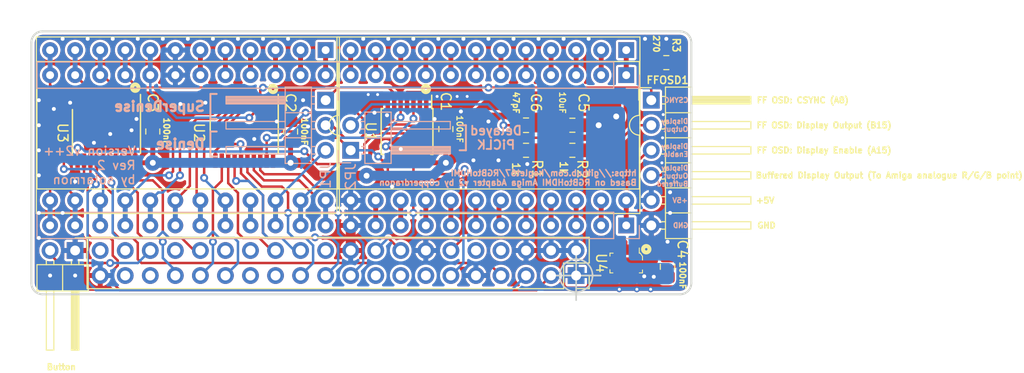
<source format=kicad_pcb>
(kicad_pcb (version 20171130) (host pcbnew "(5.1.9)-1")
  (title_block (title "RGBtoHDMI Denise Adapter - v2++ Rev 2 by solarmon") (date 2021-04-11) (rev "v2++ Rev 2"))
  (layers (0 F.Cu signal) (31 B.Cu signal) (34 B.Paste user) (35 F.Paste user) (36 B.SilkS user) (37 F.SilkS user) (38 B.Mask user) (39 F.Mask user) (44 Edge.Cuts user))
  (net 0 "")
  (net 1 GND)
  (net 2 +3V3)
  (net 3 /B0)
  (net 4 /R3)
  (net 5 /R2)
  (net 6 /R1)
  (net 7 /R0)
  (net 8 +5V)
  (net 9 "Net-(JDenise1-Pad18)")
  (net 10 "Net-(JDenise1-Pad17)")
  (net 11 "Net-(JDenise1-Pad16)")
  (net 12 "Net-(JDenise1-Pad15)")
  (net 13 "Net-(JDenise1-Pad14)")
  (net 14 "Net-(JDenise1-Pad12)")
  (net 15 "Net-(JDenise1-Pad11)")
  (net 16 /CDAC)
  (net 17 "Net-(JDenise1-Pad10)")
  (net 18 "Net-(JDenise1-Pad9)")
  (net 19 /CSYNC)
  (net 20 "Net-(JDenise1-Pad8)")
  (net 21 /G3)
  (net 22 "Net-(JDenise1-Pad7)")
  (net 23 /G2)
  (net 24 "Net-(JDenise1-Pad6)")
  (net 25 /G1)
  (net 26 "Net-(JDenise1-Pad5)")
  (net 27 /G0)
  (net 28 "Net-(JDenise1-Pad4)")
  (net 29 /B3)
  (net 30 "Net-(JDenise1-Pad3)")
  (net 31 /B2)
  (net 32 "Net-(JDenise1-Pad2)")
  (net 33 /B1)
  (net 34 "Net-(JDenise1-Pad1)")
  (net 35 /PiCLK)
  (net 36 /PiCSYNC)
  (net 37 /PiR3)
  (net 38 /PiR2)
  (net 39 /PiR1)
  (net 40 "Net-(JRaspberryPiZero1-Pad13)")
  (net 41 /PiR0)
  (net 42 "Net-(JRaspberryPiZero1-Pad17)")
  (net 43 /PiG3)
  (net 44 /PiG2)
  (net 45 /PiG1)
  (net 46 /PiG0)
  (net 47 /PiB3)
  (net 48 /PiB2)
  (net 49 /PiB1)
  (net 50 /PiB0)
  (net 51 "Net-(JRaspberryPiZero1-Pad8)")
  (net 52 "Net-(JRaspberryPiZero1-Pad10)")
  (net 53 "Net-(JRaspberryPiZero1-Pad12)")
  (net 54 "Net-(JRaspberryPiZero1-Pad18)")
  (net 55 "Net-(JRaspberryPiZero1-Pad22)")
  (net 56 "Net-(U1-Pad11)")
  (net 57 "Net-(JRaspberryPiZero1-Pad15)")
  (net 58 "Net-(JRaspberryPiZero1-Pad25)")
  (net 59 "Net-(JRaspberryPiZero1-Pad27)")
  (net 60 "Net-(JRaspberryPiZero1-Pad28)")
  (net 61 "Net-(JRaspberryPiZero1-Pad30)")
  (net 62 "Net-(JRaspberryPiZero1-Pad34)")
  (net 63 "Net-(JRaspberryPiZero1-Pad40)")
  (net 64 "Net-(JDenise1-Pad19)")
  (net 65 "Net-(JDenise1-Pad20)")
  (net 66 "Net-(JDenise1-Pad21)")
  (net 67 "Net-(JDenise1-Pad22)")
  (net 68 "Net-(JDenise1-Pad23)")
  (net 69 "Net-(JDenise1-Pad24)")
  (net 70 "Net-(JDenise2-Pad24)")
  (net 71 "Net-(JDenise2-Pad21)")
  (net 72 "Net-(JDenise2-Pad6)")
  (net 73 "Net-(JDenise2-Pad5)")
  (net 74 "Net-(JDenise2-Pad4)")
  (net 75 "Net-(JDenise2-Pad3)")
  (net 76 "Net-(JDenise2-Pad2)")
  (net 77 "Net-(JDenise2-Pad1)")
  (net 78 "Net-(JRaspberryPiZero1-Pad35)")
  (net 79 "Net-(JRaspberryPiZero1-Pad38)")
  (net 80 "Net-(U3-Pad18)")
  (net 81 "Net-(U3-Pad19)")
  (net 82 "Net-(U1-Pad2)")
  (net 83 "Net-(JRaspberryPiZero1-Pad37)")
  (net 84 /7MHZ)
  (net 85 "Net-(JP1-Pad2)")
  (net 86 "Net-(U1-Pad3)")
  (net 87 "Net-(JP1-Pad1)")
  (net 88 "Net-(JB1-Pad2)")
  (net 89 /OSD_DISPLAY_OUTPUT_BUFFERRED)
  (net 90 /OSD_DISPLAY_ENABLE)
  (net 91 /OSD_DISPLAY_OUPUT)
  (net 92 "Net-(R3-Pad2)")
  (net 93 "Net-(C6-Pad1)")
  (module Connector_PinHeader_2.54mm:PinHeader_1x02_P2.54mm_Horizontal (layer B.Cu) (at 133.985 78.105)
    (fp_text reference JP2 (at 0 2.667 90) (layer B.SilkS) (effects (justify mirror)))
    (fp_text value Jumper_2_Open)
    (pad 2 thru_hole oval (at 0 -2.54) (size 1.7 1.7) (drill 1) (layers *.Cu *.Mask) (net 93 "Net-(C6-Pad1)"))
    (pad 1 thru_hole rect (at 0 0) (size 1.7 1.7) (drill 1) (layers *.Cu *.Mask) (net 35 /PiCLK))
  )
  (module Capacitor_SMD:C_0805_2012Metric_Pad1.18x1.45mm_HandSolder (layer F.Cu) (at 166.116 89.916 90)
    (fp_text reference C4 (at 1.778 1.524 270 unlocked) (layer F.SilkS))
    (fp_text value 100nF (at -0.889 1.524 270 unlocked) (layer F.SilkS) (effects (font (size 0.6 0.6))))
    (pad 2 smd roundrect (at 1.0375 0 90) (size 1.175 1.45) (layers F.Cu F.Paste F.Mask) (roundrect_rratio 0.2127659574468085) (net 1 GND))
    (pad 1 smd roundrect (at -1.0375 0 90) (size 1.175 1.45) (layers F.Cu F.Paste F.Mask) (roundrect_rratio 0.2127659574468085) (net 2 +3V3))
  )
  (module Capacitor_SMD:C_0805_2012Metric_Pad1.18x1.45mm_HandSolder (layer F.Cu) (at 151.765 75.565)
    (fp_text reference C6 (at 1.016 -2.286 270 unlocked) (layer F.SilkS))
    (fp_text value 47pF (at -1.016 -2.286 -90 unlocked) (layer F.SilkS) (effects (font (size 0.6 0.6))))
    (pad 2 smd roundrect (at 1.0375 0) (size 1.175 1.45) (layers F.Cu F.Paste F.Mask) (roundrect_rratio 0.2127659574468085) (net 1 GND))
    (pad 1 smd roundrect (at -1.0375 0) (size 1.175 1.45) (layers F.Cu F.Paste F.Mask) (roundrect_rratio 0.2127659574468085) (net 93 "Net-(C6-Pad1)"))
  )
  (module solarmon_library:PinHeader_1x24_P2.54mm_Vertical_smaller (layer B.Cu) (at 161.925 85.725 90)
    (fp_text reference JMainBoard2 hide)
    (fp_text value Conn_01x24)
    (pad 24 thru_hole oval (at 0 -58.42 90) (size 1.6 1.6) (drill 0.8) (layers *.Cu *.Mask) (net 33 /B1))
    (pad 23 thru_hole oval (at 0 -55.88 90) (size 1.6 1.6) (drill 0.8) (layers *.Cu *.Mask) (net 31 /B2))
    (pad 22 thru_hole oval (at 0 -53.34 90) (size 1.6 1.6) (drill 0.8) (layers *.Cu *.Mask) (net 29 /B3))
    (pad 21 thru_hole oval (at 0 -50.8 90) (size 1.6 1.6) (drill 0.8) (layers *.Cu *.Mask) (net 27 /G0))
    (pad 20 thru_hole oval (at 0 -48.26 90) (size 1.6 1.6) (drill 0.8) (layers *.Cu *.Mask) (net 25 /G1))
    (pad 19 thru_hole oval (at 0 -45.72 90) (size 1.6 1.6) (drill 0.8) (layers *.Cu *.Mask) (net 23 /G2))
    (pad 18 thru_hole oval (at 0 -43.18 90) (size 1.6 1.6) (drill 0.8) (layers *.Cu *.Mask) (net 21 /G3))
    (pad 17 thru_hole oval (at 0 -40.64 90) (size 1.6 1.6) (drill 0.8) (layers *.Cu *.Mask) (net 19 /CSYNC))
    (pad 16 thru_hole oval (at 0 -38.1 90) (size 1.6 1.6) (drill 0.8) (layers *.Cu *.Mask) (net 71 "Net-(JDenise2-Pad21)"))
    (pad 15 thru_hole oval (at 0 -35.56 90) (size 1.6 1.6) (drill 0.8) (layers *.Cu *.Mask) (net 16 /CDAC))
    (pad 14 thru_hole oval (at 0 -33.02 90) (size 1.6 1.6) (drill 0.8) (layers *.Cu *.Mask) (net 84 /7MHZ))
    (pad 13 thru_hole oval (at 0 -30.48 90) (size 1.6 1.6) (drill 0.8) (layers *.Cu *.Mask) (net 70 "Net-(JDenise2-Pad24)"))
    (pad 12 thru_hole oval (at 0 -27.94 90) (size 1.6 1.6) (drill 0.8) (layers *.Cu *.Mask) (net 1 GND))
    (pad 11 thru_hole oval (at 0 -25.4 90) (size 1.6 1.6) (drill 0.8) (layers *.Cu *.Mask) (net 13 "Net-(JDenise1-Pad14)"))
    (pad 10 thru_hole oval (at 0 -22.86 90) (size 1.6 1.6) (drill 0.8) (layers *.Cu *.Mask) (net 12 "Net-(JDenise1-Pad15)"))
    (pad 9 thru_hole oval (at 0 -20.32 90) (size 1.6 1.6) (drill 0.8) (layers *.Cu *.Mask) (net 11 "Net-(JDenise1-Pad16)"))
    (pad 8 thru_hole oval (at 0 -17.78 90) (size 1.6 1.6) (drill 0.8) (layers *.Cu *.Mask) (net 10 "Net-(JDenise1-Pad17)"))
    (pad 7 thru_hole oval (at 0 -15.24 90) (size 1.6 1.6) (drill 0.8) (layers *.Cu *.Mask) (net 9 "Net-(JDenise1-Pad18)"))
    (pad 6 thru_hole oval (at 0 -12.7 90) (size 1.6 1.6) (drill 0.8) (layers *.Cu *.Mask) (net 64 "Net-(JDenise1-Pad19)"))
    (pad 5 thru_hole oval (at 0 -10.16 90) (size 1.6 1.6) (drill 0.8) (layers *.Cu *.Mask) (net 65 "Net-(JDenise1-Pad20)"))
    (pad 4 thru_hole oval (at 0 -7.62 90) (size 1.6 1.6) (drill 0.8) (layers *.Cu *.Mask) (net 66 "Net-(JDenise1-Pad21)"))
    (pad 3 thru_hole oval (at 0 -5.08 90) (size 1.6 1.6) (drill 0.8) (layers *.Cu *.Mask) (net 67 "Net-(JDenise1-Pad22)"))
    (pad 2 thru_hole oval (at 0 -2.54 90) (size 1.6 1.6) (drill 0.8) (layers *.Cu *.Mask) (net 68 "Net-(JDenise1-Pad23)"))
    (pad 1 thru_hole rect (at 0 0 90) (size 1.6 1.6) (drill 0.8) (layers *.Cu *.Mask) (net 69 "Net-(JDenise1-Pad24)"))
  )
  (module solarmon_library:PinHeader_1x24_P2.54mm_Vertical_smaller (layer B.Cu) (at 161.925 70.485 90)
    (fp_text reference JMainBoard1 hide)
    (fp_text value Conn_01x24)
    (pad 24 thru_hole oval (at 0 -58.42 90) (size 1.6 1.6) (drill 0.8) (layers *.Cu *.Mask) (net 3 /B0))
    (pad 23 thru_hole oval (at 0 -55.88 90) (size 1.6 1.6) (drill 0.8) (layers *.Cu *.Mask) (net 4 /R3))
    (pad 22 thru_hole oval (at 0 -53.34 90) (size 1.6 1.6) (drill 0.8) (layers *.Cu *.Mask) (net 5 /R2))
    (pad 21 thru_hole oval (at 0 -50.8 90) (size 1.6 1.6) (drill 0.8) (layers *.Cu *.Mask) (net 6 /R1))
    (pad 20 thru_hole oval (at 0 -48.26 90) (size 1.6 1.6) (drill 0.8) (layers *.Cu *.Mask) (net 7 /R0))
    (pad 19 thru_hole oval (at 0 -45.72 90) (size 1.6 1.6) (drill 0.8) (layers *.Cu *.Mask) (net 8 +5V))
    (pad 18 thru_hole oval (at 0 -43.18 90) (size 1.6 1.6) (drill 0.8) (layers *.Cu *.Mask) (net 72 "Net-(JDenise2-Pad6)"))
    (pad 17 thru_hole oval (at 0 -40.64 90) (size 1.6 1.6) (drill 0.8) (layers *.Cu *.Mask) (net 73 "Net-(JDenise2-Pad5)"))
    (pad 16 thru_hole oval (at 0 -38.1 90) (size 1.6 1.6) (drill 0.8) (layers *.Cu *.Mask) (net 74 "Net-(JDenise2-Pad4)"))
    (pad 15 thru_hole oval (at 0 -35.56 90) (size 1.6 1.6) (drill 0.8) (layers *.Cu *.Mask) (net 75 "Net-(JDenise2-Pad3)"))
    (pad 14 thru_hole oval (at 0 -33.02 90) (size 1.6 1.6) (drill 0.8) (layers *.Cu *.Mask) (net 76 "Net-(JDenise2-Pad2)"))
    (pad 13 thru_hole oval (at 0 -30.48 90) (size 1.6 1.6) (drill 0.8) (layers *.Cu *.Mask) (net 77 "Net-(JDenise2-Pad1)"))
    (pad 12 thru_hole oval (at 0 -27.94 90) (size 1.6 1.6) (drill 0.8) (layers *.Cu *.Mask) (net 14 "Net-(JDenise1-Pad12)"))
    (pad 11 thru_hole oval (at 0 -25.4 90) (size 1.6 1.6) (drill 0.8) (layers *.Cu *.Mask) (net 15 "Net-(JDenise1-Pad11)"))
    (pad 10 thru_hole oval (at 0 -22.86 90) (size 1.6 1.6) (drill 0.8) (layers *.Cu *.Mask) (net 17 "Net-(JDenise1-Pad10)"))
    (pad 9 thru_hole oval (at 0 -20.32 90) (size 1.6 1.6) (drill 0.8) (layers *.Cu *.Mask) (net 18 "Net-(JDenise1-Pad9)"))
    (pad 8 thru_hole oval (at 0 -17.78 90) (size 1.6 1.6) (drill 0.8) (layers *.Cu *.Mask) (net 20 "Net-(JDenise1-Pad8)"))
    (pad 7 thru_hole oval (at 0 -15.24 90) (size 1.6 1.6) (drill 0.8) (layers *.Cu *.Mask) (net 22 "Net-(JDenise1-Pad7)"))
    (pad 6 thru_hole oval (at 0 -12.7 90) (size 1.6 1.6) (drill 0.8) (layers *.Cu *.Mask) (net 24 "Net-(JDenise1-Pad6)"))
    (pad 5 thru_hole oval (at 0 -10.16 90) (size 1.6 1.6) (drill 0.8) (layers *.Cu *.Mask) (net 26 "Net-(JDenise1-Pad5)"))
    (pad 4 thru_hole oval (at 0 -7.62 90) (size 1.6 1.6) (drill 0.8) (layers *.Cu *.Mask) (net 28 "Net-(JDenise1-Pad4)"))
    (pad 3 thru_hole oval (at 0 -5.08 90) (size 1.6 1.6) (drill 0.8) (layers *.Cu *.Mask) (net 30 "Net-(JDenise1-Pad3)"))
    (pad 2 thru_hole oval (at 0 -2.54 90) (size 1.6 1.6) (drill 0.8) (layers *.Cu *.Mask) (net 32 "Net-(JDenise1-Pad2)"))
    (pad 1 thru_hole rect (at 0 0 90) (size 1.6 1.6) (drill 0.8) (layers *.Cu *.Mask) (net 34 "Net-(JDenise1-Pad1)"))
  )
  (module Connector_PinHeader_2.54mm:PinHeader_1x06_P2.54mm_Horizontal (layer F.Cu) (at 164.465 73.025)
    (fp_text reference FFOSD1 (at 1.651 -2.032) (layer F.SilkS) (effects (font (size 0.75 0.75))))
    (fp_text value Conn_01x06)
    (pad 6 thru_hole oval (at 0 12.7) (size 1.7 1.7) (drill 1) (layers *.Cu *.Mask) (net 1 GND))
    (pad 5 thru_hole oval (at 0 10.16) (size 1.7 1.7) (drill 1) (layers *.Cu *.Mask) (net 8 +5V))
    (pad 4 thru_hole oval (at 0 7.62) (size 1.7 1.7) (drill 1) (layers *.Cu *.Mask) (net 89 /OSD_DISPLAY_OUTPUT_BUFFERRED))
    (pad 3 thru_hole oval (at 0 5.08) (size 1.7 1.7) (drill 1) (layers *.Cu *.Mask) (net 90 /OSD_DISPLAY_ENABLE))
    (pad 2 thru_hole oval (at 0 2.54) (size 1.7 1.7) (drill 1) (layers *.Cu *.Mask) (net 91 /OSD_DISPLAY_OUPUT))
    (pad 1 thru_hole rect (at 0 0) (size 1.7 1.7) (drill 1) (layers *.Cu *.Mask) (net 19 /CSYNC))
  )
  (module solarmon_library:SOT-753 (layer F.Cu) (at 161.925 89.535 180)
    (fp_text reference U4 (at 2.54 0 270 unlocked) (layer F.SilkS))
    (fp_text value 74LVC1G125)
    (pad 5 smd rect (at -0.95 -1.35 180) (size 0.6 1.05) (layers F.Cu F.Paste F.Mask) (net 2 +3V3))
    (pad 4 smd rect (at 0.95 -1.35 180) (size 0.6 1.05) (layers F.Cu F.Paste F.Mask) (net 92 "Net-(R3-Pad2)"))
    (pad 3 smd rect (at 0.95 1.35 180) (size 0.6 1.05) (layers F.Cu F.Paste F.Mask) (net 1 GND))
    (pad 2 smd rect (at 0 1.35 180) (size 0.6 1.05) (layers F.Cu F.Paste F.Mask) (net 91 /OSD_DISPLAY_OUPUT))
    (pad 1 smd rect (at -0.95 1.35 180) (size 0.6 1.05) (layers F.Cu F.Paste F.Mask) (net 90 /OSD_DISPLAY_ENABLE))
  )
  (module Resistor_SMD:R_0805_2012Metric_Pad1.15x1.40mm_HandSolder (layer F.Cu) (at 165.989 69.215)
    (fp_text reference R3 (at 1.016 -1.778 -90 unlocked) (layer F.SilkS) (effects (font (size 0.75 0.75))))
    (fp_text value 270 (at -1.016 -1.905 -90 unlocked) (layer F.SilkS) (effects (font (size 0.6 0.6))))
    (pad 2 smd roundrect (at 1.025 0) (size 1.15 1.4) (layers F.Cu F.Paste F.Mask) (roundrect_rratio 0.2173904347826087) (net 92 "Net-(R3-Pad2)"))
    (pad 1 smd roundrect (at -1.025 0) (size 1.15 1.4) (layers F.Cu F.Paste F.Mask) (roundrect_rratio 0.2173904347826087) (net 89 /OSD_DISPLAY_OUTPUT_BUFFERRED))
  )
  (module Resistor_SMD:R_0805_2012Metric_Pad1.15x1.40mm_HandSolder (layer F.Cu) (at 156.464 78.105)
    (fp_text reference R2 (at 1.016 1.905 270 unlocked) (layer F.SilkS))
    (fp_text value 1k (at -0.889 1.778 270 unlocked) (layer F.SilkS) (effects (font (size 0.75 0.75))))
    (pad 2 smd roundrect (at 1.025 0) (size 1.15 1.4) (layers F.Cu F.Paste F.Mask) (roundrect_rratio 0.2173904347826087) (net 91 /OSD_DISPLAY_OUPUT))
    (pad 1 smd roundrect (at -1.025 0) (size 1.15 1.4) (layers F.Cu F.Paste F.Mask) (roundrect_rratio 0.2173904347826087) (net 54 "Net-(JRaspberryPiZero1-Pad18)"))
  )
  (module Capacitor_SMD:C_0805_2012Metric_Pad1.15x1.40mm_HandSolder (layer F.Cu) (at 113.919 76.2 90)
    (fp_text reference C3 (at 2.921 0 270 unlocked) (layer F.SilkS))
    (fp_text value 100nF (at 0 1.397 270 unlocked) (layer F.SilkS) (effects (font (size 0.6 0.6))))
    (pad 2 smd roundrect (at 1.025 0 90) (size 1.15 1.4) (layers F.Cu F.Paste F.Mask) (roundrect_rratio 0.2173904347826087) (net 1 GND))
    (pad 1 smd roundrect (at -1.025 0 90) (size 1.15 1.4) (layers F.Cu F.Paste F.Mask) (roundrect_rratio 0.2173904347826087) (net 2 +3V3))
  )
  (module Capacitor_SMD:C_0805_2012Metric_Pad1.15x1.40mm_HandSolder (layer F.Cu) (at 127.889 76.2 90)
    (fp_text reference C2 (at 2.921 0 270 unlocked) (layer F.SilkS))
    (fp_text value 100nF (at 0 1.397 270 unlocked) (layer F.SilkS) (effects (font (size 0.6 0.6))))
    (pad 2 smd roundrect (at 1.025 0 90) (size 1.15 1.4) (layers F.Cu F.Paste F.Mask) (roundrect_rratio 0.2173904347826087) (net 1 GND))
    (pad 1 smd roundrect (at -1.025 0 90) (size 1.15 1.4) (layers F.Cu F.Paste F.Mask) (roundrect_rratio 0.2173904347826087) (net 2 +3V3))
  )
  (module Capacitor_SMD:C_0805_2012Metric_Pad1.15x1.40mm_HandSolder (layer F.Cu) (at 143.637 75.955 90)
    (fp_text reference C1 (at 2.794 0 270 unlocked) (layer F.SilkS))
    (fp_text value 100nF (at 0 1.397 270 unlocked) (layer F.SilkS) (effects (font (size 0.6 0.6) (thickness 0.125))))
    (pad 2 smd roundrect (at 1.025 0 90) (size 1.15 1.4) (layers F.Cu F.Paste F.Mask) (roundrect_rratio 0.2173904347826087) (net 1 GND))
    (pad 1 smd roundrect (at -1.025 0 90) (size 1.15 1.4) (layers F.Cu F.Paste F.Mask) (roundrect_rratio 0.2173904347826087) (net 2 +3V3))
  )
  (module Package_SO:TSSOP-14_4.4x5mm_P0.65mm (layer F.Cu) (at 139.7 76.2 270)
    (fp_text reference U1 (at 0 3.683 270 unlocked) (layer F.SilkS))
    (fp_text value 74LVC86)
    (pad 1 smd rect (at -2.95 -1.95 270) (size 1.45 0.45) (layers F.Cu F.Paste F.Mask) (net 2 +3V3))
    (pad 2 smd rect (at -2.95 -1.3 270) (size 1.45 0.45) (layers F.Cu F.Paste F.Mask) (net 82 "Net-(U1-Pad2)"))
    (pad 3 smd rect (at -2.95 -0.65 270) (size 1.45 0.45) (layers F.Cu F.Paste F.Mask) (net 86 "Net-(U1-Pad3)"))
    (pad 4 smd rect (at -2.95 0 270) (size 1.45 0.45) (layers F.Cu F.Paste F.Mask) (net 2 +3V3))
    (pad 5 smd rect (at -2.95 0.65 270) (size 1.45 0.45) (layers F.Cu F.Paste F.Mask) (net 84 /7MHZ))
    (pad 6 smd rect (at -2.95 1.3 270) (size 1.45 0.45) (layers F.Cu F.Paste F.Mask) (net 87 "Net-(JP1-Pad1)"))
    (pad 7 smd rect (at -2.95 1.95 270) (size 1.45 0.45) (layers F.Cu F.Paste F.Mask) (net 1 GND))
    (pad 8 smd rect (at 2.95 1.95 270) (size 1.45 0.45) (layers F.Cu F.Paste F.Mask) (net 35 /PiCLK))
    (pad 9 smd rect (at 2.95 1.3 270) (size 1.45 0.45) (layers F.Cu F.Paste F.Mask) (net 86 "Net-(U1-Pad3)"))
    (pad 10 smd rect (at 2.95 0.65 270) (size 1.45 0.45) (layers F.Cu F.Paste F.Mask) (net 1 GND))
    (pad 11 smd rect (at 2.95 0 270) (size 1.45 0.45) (layers F.Cu F.Paste F.Mask) (net 56 "Net-(U1-Pad11)"))
    (pad 12 smd rect (at 2.95 -0.65 270) (size 1.45 0.45) (layers F.Cu F.Paste F.Mask) (net 35 /PiCLK))
    (pad 13 smd rect (at 2.95 -1.3 270) (size 1.45 0.45) (layers F.Cu F.Paste F.Mask) (net 85 "Net-(JP1-Pad2)"))
    (pad 14 smd rect (at 2.95 -1.95 270) (size 1.45 0.45) (layers F.Cu F.Paste F.Mask) (net 2 +3V3))
  )
  (module Package_SO:TSSOP-20_4.4x6.5mm_P0.65mm (layer F.Cu) (at 123.19 76.2 270)
    (fp_text reference U2 (at 0.127 4.572 270 unlocked) (layer F.SilkS))
    (fp_text value 74LVC574)
    (pad 20 smd rect (at 2.95 -2.925 270) (size 1.45 0.45) (layers F.Cu F.Paste F.Mask) (net 2 +3V3))
    (pad 19 smd rect (at 2.95 -2.275 270) (size 1.45 0.45) (layers F.Cu F.Paste F.Mask) (net 82 "Net-(U1-Pad2)"))
    (pad 18 smd rect (at 2.95 -1.625 270) (size 1.45 0.45) (layers F.Cu F.Paste F.Mask) (net 36 /PiCSYNC))
    (pad 17 smd rect (at 2.95 -0.975 270) (size 1.45 0.45) (layers F.Cu F.Paste F.Mask) (net 41 /PiR0))
    (pad 16 smd rect (at 2.95 -0.325 270) (size 1.45 0.45) (layers F.Cu F.Paste F.Mask) (net 39 /PiR1))
    (pad 15 smd rect (at 2.95 0.325 270) (size 1.45 0.45) (layers F.Cu F.Paste F.Mask) (net 43 /PiG3))
    (pad 14 smd rect (at 2.95 0.975 270) (size 1.45 0.45) (layers F.Cu F.Paste F.Mask) (net 44 /PiG2))
    (pad 13 smd rect (at 2.95 1.625 270) (size 1.45 0.45) (layers F.Cu F.Paste F.Mask) (net 45 /PiG1))
    (pad 12 smd rect (at 2.95 2.275 270) (size 1.45 0.45) (layers F.Cu F.Paste F.Mask) (net 46 /PiG0))
    (pad 11 smd rect (at 2.95 2.925 270) (size 1.45 0.45) (layers F.Cu F.Paste F.Mask) (net 56 "Net-(U1-Pad11)"))
    (pad 10 smd rect (at -2.95 2.925 270) (size 1.45 0.45) (layers F.Cu F.Paste F.Mask) (net 1 GND))
    (pad 9 smd rect (at -2.95 2.275 270) (size 1.45 0.45) (layers F.Cu F.Paste F.Mask) (net 27 /G0))
    (pad 8 smd rect (at -2.95 1.625 270) (size 1.45 0.45) (layers F.Cu F.Paste F.Mask) (net 25 /G1))
    (pad 7 smd rect (at -2.95 0.975 270) (size 1.45 0.45) (layers F.Cu F.Paste F.Mask) (net 23 /G2))
    (pad 6 smd rect (at -2.95 0.325 270) (size 1.45 0.45) (layers F.Cu F.Paste F.Mask) (net 21 /G3))
    (pad 5 smd rect (at -2.95 -0.325 270) (size 1.45 0.45) (layers F.Cu F.Paste F.Mask) (net 6 /R1))
    (pad 4 smd rect (at -2.95 -0.975 270) (size 1.45 0.45) (layers F.Cu F.Paste F.Mask) (net 7 /R0))
    (pad 3 smd rect (at -2.95 -1.625 270) (size 1.45 0.45) (layers F.Cu F.Paste F.Mask) (net 19 /CSYNC))
    (pad 2 smd rect (at -2.95 -2.275 270) (size 1.45 0.45) (layers F.Cu F.Paste F.Mask) (net 35 /PiCLK))
    (pad 1 smd rect (at -2.95 -2.925 270) (size 1.45 0.45) (layers F.Cu F.Paste F.Mask) (net 1 GND))
  )
  (module Package_SO:TSSOP-20_4.4x6.5mm_P0.65mm (layer F.Cu) (at 109.22 76.2 270)
    (fp_text reference U3 (at 0.127 4.445 270 unlocked) (layer F.SilkS))
    (fp_text value 74LVC574)
    (pad 1 smd rect (at -2.95 -2.925 270) (size 1.45 0.45) (layers F.Cu F.Paste F.Mask) (net 1 GND))
    (pad 2 smd rect (at -2.95 -2.275 270) (size 1.45 0.45) (layers F.Cu F.Paste F.Mask) (net 2 +3V3))
    (pad 3 smd rect (at -2.95 -1.625 270) (size 1.45 0.45) (layers F.Cu F.Paste F.Mask) (net 2 +3V3))
    (pad 4 smd rect (at -2.95 -0.975 270) (size 1.45 0.45) (layers F.Cu F.Paste F.Mask) (net 5 /R2))
    (pad 5 smd rect (at -2.95 -0.325 270) (size 1.45 0.45) (layers F.Cu F.Paste F.Mask) (net 4 /R3))
    (pad 6 smd rect (at -2.95 0.325 270) (size 1.45 0.45) (layers F.Cu F.Paste F.Mask) (net 29 /B3))
    (pad 7 smd rect (at -2.95 0.975 270) (size 1.45 0.45) (layers F.Cu F.Paste F.Mask) (net 31 /B2))
    (pad 8 smd rect (at -2.95 1.625 270) (size 1.45 0.45) (layers F.Cu F.Paste F.Mask) (net 33 /B1))
    (pad 9 smd rect (at -2.95 2.275 270) (size 1.45 0.45) (layers F.Cu F.Paste F.Mask) (net 3 /B0))
    (pad 10 smd rect (at -2.95 2.925 270) (size 1.45 0.45) (layers F.Cu F.Paste F.Mask) (net 1 GND))
    (pad 11 smd rect (at 2.95 2.925 270) (size 1.45 0.45) (layers F.Cu F.Paste F.Mask) (net 56 "Net-(U1-Pad11)"))
    (pad 12 smd rect (at 2.95 2.275 270) (size 1.45 0.45) (layers F.Cu F.Paste F.Mask) (net 50 /PiB0))
    (pad 13 smd rect (at 2.95 1.625 270) (size 1.45 0.45) (layers F.Cu F.Paste F.Mask) (net 49 /PiB1))
    (pad 14 smd rect (at 2.95 0.975 270) (size 1.45 0.45) (layers F.Cu F.Paste F.Mask) (net 48 /PiB2))
    (pad 15 smd rect (at 2.95 0.325 270) (size 1.45 0.45) (layers F.Cu F.Paste F.Mask) (net 47 /PiB3))
    (pad 16 smd rect (at 2.95 -0.325 270) (size 1.45 0.45) (layers F.Cu F.Paste F.Mask) (net 37 /PiR3))
    (pad 17 smd rect (at 2.95 -0.975 270) (size 1.45 0.45) (layers F.Cu F.Paste F.Mask) (net 38 /PiR2))
    (pad 18 smd rect (at 2.95 -1.625 270) (size 1.45 0.45) (layers F.Cu F.Paste F.Mask) (net 80 "Net-(U3-Pad18)"))
    (pad 19 smd rect (at 2.95 -2.275 270) (size 1.45 0.45) (layers F.Cu F.Paste F.Mask) (net 81 "Net-(U3-Pad19)"))
    (pad 20 smd rect (at 2.95 -2.925 270) (size 1.45 0.45) (layers F.Cu F.Paste F.Mask) (net 2 +3V3))
  )
  (module Connector_PinSocket_2.54mm:PinSocket_2x20_P2.54mm_Vertical (layer F.Cu) (at 156.845 90.805 270)
    (fp_text reference JRaspberryPiZero1 hide)
    (fp_text value Conn_02x20_Odd_Even)
    (pad 1 thru_hole rect (at 0 0 270) (size 1.7 1.7) (drill 1) (layers *.Cu *.Mask) (net 2 +3V3))
    (pad 2 thru_hole oval (at -2.54 0 270) (size 1.7 1.7) (drill 1) (layers *.Cu *.Mask) (net 8 +5V))
    (pad 3 thru_hole oval (at 0 2.54 270) (size 1.7 1.7) (drill 1) (layers *.Cu *.Mask) (net 50 /PiB0))
    (pad 4 thru_hole oval (at -2.54 2.54 270) (size 1.7 1.7) (drill 1) (layers *.Cu *.Mask) (net 8 +5V))
    (pad 5 thru_hole oval (at 0 5.08 270) (size 1.7 1.7) (drill 1) (layers *.Cu *.Mask) (net 49 /PiB1))
    (pad 6 thru_hole oval (at -2.54 5.08 270) (size 1.7 1.7) (drill 1) (layers *.Cu *.Mask) (net 1 GND))
    (pad 7 thru_hole oval (at 0 7.62 270) (size 1.7 1.7) (drill 1) (layers *.Cu *.Mask) (net 48 /PiB2))
    (pad 8 thru_hole oval (at -2.54 7.62 270) (size 1.7 1.7) (drill 1) (layers *.Cu *.Mask) (net 51 "Net-(JRaspberryPiZero1-Pad8)"))
    (pad 9 thru_hole oval (at 0 10.16 270) (size 1.7 1.7) (drill 1) (layers *.Cu *.Mask) (net 1 GND))
    (pad 10 thru_hole oval (at -2.54 10.16 270) (size 1.7 1.7) (drill 1) (layers *.Cu *.Mask) (net 52 "Net-(JRaspberryPiZero1-Pad10)"))
    (pad 11 thru_hole oval (at 0 12.7 270) (size 1.7 1.7) (drill 1) (layers *.Cu *.Mask) (net 35 /PiCLK))
    (pad 12 thru_hole oval (at -2.54 12.7 270) (size 1.7 1.7) (drill 1) (layers *.Cu *.Mask) (net 53 "Net-(JRaspberryPiZero1-Pad12)"))
    (pad 13 thru_hole oval (at 0 15.24 270) (size 1.7 1.7) (drill 1) (layers *.Cu *.Mask) (net 40 "Net-(JRaspberryPiZero1-Pad13)"))
    (pad 14 thru_hole oval (at -2.54 15.24 270) (size 1.7 1.7) (drill 1) (layers *.Cu *.Mask) (net 1 GND))
    (pad 15 thru_hole oval (at 0 17.78 270) (size 1.7 1.7) (drill 1) (layers *.Cu *.Mask) (net 57 "Net-(JRaspberryPiZero1-Pad15)"))
    (pad 16 thru_hole oval (at -2.54 17.78 270) (size 1.7 1.7) (drill 1) (layers *.Cu *.Mask) (net 36 /PiCSYNC))
    (pad 17 thru_hole oval (at 0 20.32 270) (size 1.7 1.7) (drill 1) (layers *.Cu *.Mask) (net 42 "Net-(JRaspberryPiZero1-Pad17)"))
    (pad 18 thru_hole oval (at -2.54 20.32 270) (size 1.7 1.7) (drill 1) (layers *.Cu *.Mask) (net 54 "Net-(JRaspberryPiZero1-Pad18)"))
    (pad 19 thru_hole oval (at 0 22.86 270) (size 1.7 1.7) (drill 1) (layers *.Cu *.Mask) (net 41 /PiR0))
    (pad 20 thru_hole oval (at -2.54 22.86 270) (size 1.7 1.7) (drill 1) (layers *.Cu *.Mask) (net 1 GND))
    (pad 21 thru_hole oval (at 0 25.4 270) (size 1.7 1.7) (drill 1) (layers *.Cu *.Mask) (net 43 /PiG3))
    (pad 22 thru_hole oval (at -2.54 25.4 270) (size 1.7 1.7) (drill 1) (layers *.Cu *.Mask) (net 55 "Net-(JRaspberryPiZero1-Pad22)"))
    (pad 23 thru_hole oval (at 0 27.94 270) (size 1.7 1.7) (drill 1) (layers *.Cu *.Mask) (net 39 /PiR1))
    (pad 24 thru_hole oval (at -2.54 27.94 270) (size 1.7 1.7) (drill 1) (layers *.Cu *.Mask) (net 44 /PiG2))
    (pad 25 thru_hole oval (at 0 30.48 270) (size 1.7 1.7) (drill 1) (layers *.Cu *.Mask) (net 58 "Net-(JRaspberryPiZero1-Pad25)"))
    (pad 26 thru_hole oval (at -2.54 30.48 270) (size 1.7 1.7) (drill 1) (layers *.Cu *.Mask) (net 45 /PiG1))
    (pad 27 thru_hole oval (at 0 33.02 270) (size 1.7 1.7) (drill 1) (layers *.Cu *.Mask) (net 59 "Net-(JRaspberryPiZero1-Pad27)"))
    (pad 28 thru_hole oval (at -2.54 33.02 270) (size 1.7 1.7) (drill 1) (layers *.Cu *.Mask) (net 60 "Net-(JRaspberryPiZero1-Pad28)"))
    (pad 29 thru_hole oval (at 0 35.56 270) (size 1.7 1.7) (drill 1) (layers *.Cu *.Mask) (net 47 /PiB3))
    (pad 30 thru_hole oval (at -2.54 35.56 270) (size 1.7 1.7) (drill 1) (layers *.Cu *.Mask) (net 61 "Net-(JRaspberryPiZero1-Pad30)"))
    (pad 31 thru_hole oval (at 0 38.1 270) (size 1.7 1.7) (drill 1) (layers *.Cu *.Mask) (net 46 /PiG0))
    (pad 32 thru_hole oval (at -2.54 38.1 270) (size 1.7 1.7) (drill 1) (layers *.Cu *.Mask) (net 38 /PiR2))
    (pad 33 thru_hole oval (at 0 40.64 270) (size 1.7 1.7) (drill 1) (layers *.Cu *.Mask) (net 37 /PiR3))
    (pad 34 thru_hole oval (at -2.54 40.64 270) (size 1.7 1.7) (drill 1) (layers *.Cu *.Mask) (net 62 "Net-(JRaspberryPiZero1-Pad34)"))
    (pad 35 thru_hole oval (at 0 43.18 270) (size 1.7 1.7) (drill 1) (layers *.Cu *.Mask) (net 78 "Net-(JRaspberryPiZero1-Pad35)"))
    (pad 36 thru_hole oval (at -2.54 43.18 270) (size 1.7 1.7) (drill 1) (layers *.Cu *.Mask) (net 88 "Net-(JB1-Pad2)"))
    (pad 37 thru_hole oval (at 0 45.72 270) (size 1.7 1.7) (drill 1) (layers *.Cu *.Mask) (net 83 "Net-(JRaspberryPiZero1-Pad37)"))
    (pad 38 thru_hole oval (at -2.54 45.72 270) (size 1.7 1.7) (drill 1) (layers *.Cu *.Mask) (net 79 "Net-(JRaspberryPiZero1-Pad38)"))
    (pad 39 thru_hole oval (at 0 48.26 270) (size 1.7 1.7) (drill 1) (layers *.Cu *.Mask) (net 1 GND))
    (pad 40 thru_hole oval (at -2.54 48.26 270) (size 1.7 1.7) (drill 1) (layers *.Cu *.Mask) (net 63 "Net-(JRaspberryPiZero1-Pad40)"))
  )
  (module Capacitor_SMD:C_0805_2012Metric_Pad1.15x1.40mm_HandSolder (layer F.Cu) (at 156.464 75.565 180)
    (fp_text reference C5 (at -1.143 2.286 270 unlocked) (layer F.SilkS))
    (fp_text value 10uF (at 1.016 2.286 270 unlocked) (layer F.SilkS) (effects (font (size 0.6 0.6) (thickness 0.125))))
    (pad 1 smd roundrect (at -1.025 0 180) (size 1.15 1.4) (layers F.Cu F.Paste F.Mask) (roundrect_rratio 0.2173904347826087) (net 2 +3V3))
    (pad 2 smd roundrect (at 1.025 0 180) (size 1.15 1.4) (layers F.Cu F.Paste F.Mask) (roundrect_rratio 0.2173904347826087) (net 1 GND))
  )
  (module Resistor_SMD:R_0805_2012Metric_Pad1.15x1.40mm_HandSolder (layer F.Cu) (at 151.765 78.105)
    (fp_text reference R1 (at 1.143 1.905 270 unlocked) (layer F.SilkS))
    (fp_text value 1k (at -1.016 1.905 270 unlocked) (layer F.SilkS) (effects (font (size 0.75 0.75))))
    (pad 1 smd roundrect (at -1.025 0) (size 1.15 1.4) (layers F.Cu F.Paste F.Mask) (roundrect_rratio 0.2173904347826087) (net 53 "Net-(JRaspberryPiZero1-Pad12)"))
    (pad 2 smd roundrect (at 1.025 0) (size 1.15 1.4) (layers F.Cu F.Paste F.Mask) (roundrect_rratio 0.2173904347826087) (net 1 GND))
  )
  (module Package_DIP:DIP-24_W15.24mm_Socket (layer F.Cu) (at 161.925 67.945 270)
    (fp_text reference JDenise1 hide)
    (fp_text value Conn_02x12_Counter_Clockwise)
    (pad 1 thru_hole rect (at 0 0 270) (size 1.6 1.6) (drill 0.8) (layers *.Cu *.Mask) (net 34 "Net-(JDenise1-Pad1)"))
    (pad 13 thru_hole oval (at 15.24 27.94 270) (size 1.6 1.6) (drill 0.8) (layers *.Cu *.Mask) (net 1 GND))
    (pad 2 thru_hole oval (at 0 2.54 270) (size 1.6 1.6) (drill 0.8) (layers *.Cu *.Mask) (net 32 "Net-(JDenise1-Pad2)"))
    (pad 14 thru_hole oval (at 15.24 25.4 270) (size 1.6 1.6) (drill 0.8) (layers *.Cu *.Mask) (net 13 "Net-(JDenise1-Pad14)"))
    (pad 3 thru_hole oval (at 0 5.08 270) (size 1.6 1.6) (drill 0.8) (layers *.Cu *.Mask) (net 30 "Net-(JDenise1-Pad3)"))
    (pad 15 thru_hole oval (at 15.24 22.86 270) (size 1.6 1.6) (drill 0.8) (layers *.Cu *.Mask) (net 12 "Net-(JDenise1-Pad15)"))
    (pad 4 thru_hole oval (at 0 7.62 270) (size 1.6 1.6) (drill 0.8) (layers *.Cu *.Mask) (net 28 "Net-(JDenise1-Pad4)"))
    (pad 16 thru_hole oval (at 15.24 20.32 270) (size 1.6 1.6) (drill 0.8) (layers *.Cu *.Mask) (net 11 "Net-(JDenise1-Pad16)"))
    (pad 5 thru_hole oval (at 0 10.16 270) (size 1.6 1.6) (drill 0.8) (layers *.Cu *.Mask) (net 26 "Net-(JDenise1-Pad5)"))
    (pad 17 thru_hole oval (at 15.24 17.78 270) (size 1.6 1.6) (drill 0.8) (layers *.Cu *.Mask) (net 10 "Net-(JDenise1-Pad17)"))
    (pad 6 thru_hole oval (at 0 12.7 270) (size 1.6 1.6) (drill 0.8) (layers *.Cu *.Mask) (net 24 "Net-(JDenise1-Pad6)"))
    (pad 18 thru_hole oval (at 15.24 15.24 270) (size 1.6 1.6) (drill 0.8) (layers *.Cu *.Mask) (net 9 "Net-(JDenise1-Pad18)"))
    (pad 7 thru_hole oval (at 0 15.24 270) (size 1.6 1.6) (drill 0.8) (layers *.Cu *.Mask) (net 22 "Net-(JDenise1-Pad7)"))
    (pad 19 thru_hole oval (at 15.24 12.7 270) (size 1.6 1.6) (drill 0.8) (layers *.Cu *.Mask) (net 64 "Net-(JDenise1-Pad19)"))
    (pad 8 thru_hole oval (at 0 17.78 270) (size 1.6 1.6) (drill 0.8) (layers *.Cu *.Mask) (net 20 "Net-(JDenise1-Pad8)"))
    (pad 20 thru_hole oval (at 15.24 10.16 270) (size 1.6 1.6) (drill 0.8) (layers *.Cu *.Mask) (net 65 "Net-(JDenise1-Pad20)"))
    (pad 9 thru_hole oval (at 0 20.32 270) (size 1.6 1.6) (drill 0.8) (layers *.Cu *.Mask) (net 18 "Net-(JDenise1-Pad9)"))
    (pad 21 thru_hole oval (at 15.24 7.62 270) (size 1.6 1.6) (drill 0.8) (layers *.Cu *.Mask) (net 66 "Net-(JDenise1-Pad21)"))
    (pad 10 thru_hole oval (at 0 22.86 270) (size 1.6 1.6) (drill 0.8) (layers *.Cu *.Mask) (net 17 "Net-(JDenise1-Pad10)"))
    (pad 22 thru_hole oval (at 15.24 5.08 270) (size 1.6 1.6) (drill 0.8) (layers *.Cu *.Mask) (net 67 "Net-(JDenise1-Pad22)"))
    (pad 11 thru_hole oval (at 0 25.4 270) (size 1.6 1.6) (drill 0.8) (layers *.Cu *.Mask) (net 15 "Net-(JDenise1-Pad11)"))
    (pad 23 thru_hole oval (at 15.24 2.54 270) (size 1.6 1.6) (drill 0.8) (layers *.Cu *.Mask) (net 68 "Net-(JDenise1-Pad23)"))
    (pad 12 thru_hole oval (at 0 27.94 270) (size 1.6 1.6) (drill 0.8) (layers *.Cu *.Mask) (net 14 "Net-(JDenise1-Pad12)"))
    (pad 24 thru_hole oval (at 15.24 0 270) (size 1.6 1.6) (drill 0.8) (layers *.Cu *.Mask) (net 69 "Net-(JDenise1-Pad24)"))
  )
  (module Package_DIP:DIP-24_W15.24mm_Socket (layer F.Cu) (at 131.445 67.945 270)
    (fp_text reference JDenise2 hide)
    (fp_text value Conn_02x12_Counter_Clockwise)
    (pad 1 thru_hole rect (at 0 0 270) (size 1.6 1.6) (drill 0.8) (layers *.Cu *.Mask) (net 77 "Net-(JDenise2-Pad1)"))
    (pad 13 thru_hole oval (at 15.24 27.94 270) (size 1.6 1.6) (drill 0.8) (layers *.Cu *.Mask) (net 33 /B1))
    (pad 2 thru_hole oval (at 0 2.54 270) (size 1.6 1.6) (drill 0.8) (layers *.Cu *.Mask) (net 76 "Net-(JDenise2-Pad2)"))
    (pad 14 thru_hole oval (at 15.24 25.4 270) (size 1.6 1.6) (drill 0.8) (layers *.Cu *.Mask) (net 31 /B2))
    (pad 3 thru_hole oval (at 0 5.08 270) (size 1.6 1.6) (drill 0.8) (layers *.Cu *.Mask) (net 75 "Net-(JDenise2-Pad3)"))
    (pad 15 thru_hole oval (at 15.24 22.86 270) (size 1.6 1.6) (drill 0.8) (layers *.Cu *.Mask) (net 29 /B3))
    (pad 4 thru_hole oval (at 0 7.62 270) (size 1.6 1.6) (drill 0.8) (layers *.Cu *.Mask) (net 74 "Net-(JDenise2-Pad4)"))
    (pad 16 thru_hole oval (at 15.24 20.32 270) (size 1.6 1.6) (drill 0.8) (layers *.Cu *.Mask) (net 27 /G0))
    (pad 5 thru_hole oval (at 0 10.16 270) (size 1.6 1.6) (drill 0.8) (layers *.Cu *.Mask) (net 73 "Net-(JDenise2-Pad5)"))
    (pad 17 thru_hole oval (at 15.24 17.78 270) (size 1.6 1.6) (drill 0.8) (layers *.Cu *.Mask) (net 25 /G1))
    (pad 6 thru_hole oval (at 0 12.7 270) (size 1.6 1.6) (drill 0.8) (layers *.Cu *.Mask) (net 72 "Net-(JDenise2-Pad6)"))
    (pad 18 thru_hole oval (at 15.24 15.24 270) (size 1.6 1.6) (drill 0.8) (layers *.Cu *.Mask) (net 23 /G2))
    (pad 7 thru_hole oval (at 0 15.24 270) (size 1.6 1.6) (drill 0.8) (layers *.Cu *.Mask) (net 8 +5V))
    (pad 19 thru_hole oval (at 15.24 12.7 270) (size 1.6 1.6) (drill 0.8) (layers *.Cu *.Mask) (net 21 /G3))
    (pad 8 thru_hole oval (at 0 17.78 270) (size 1.6 1.6) (drill 0.8) (layers *.Cu *.Mask) (net 7 /R0))
    (pad 20 thru_hole oval (at 15.24 10.16 270) (size 1.6 1.6) (drill 0.8) (layers *.Cu *.Mask) (net 19 /CSYNC))
    (pad 9 thru_hole oval (at 0 20.32 270) (size 1.6 1.6) (drill 0.8) (layers *.Cu *.Mask) (net 6 /R1))
    (pad 21 thru_hole oval (at 15.24 7.62 270) (size 1.6 1.6) (drill 0.8) (layers *.Cu *.Mask) (net 71 "Net-(JDenise2-Pad21)"))
    (pad 10 thru_hole oval (at 0 22.86 270) (size 1.6 1.6) (drill 0.8) (layers *.Cu *.Mask) (net 5 /R2))
    (pad 22 thru_hole oval (at 15.24 5.08 270) (size 1.6 1.6) (drill 0.8) (layers *.Cu *.Mask) (net 16 /CDAC))
    (pad 11 thru_hole oval (at 0 25.4 270) (size 1.6 1.6) (drill 0.8) (layers *.Cu *.Mask) (net 4 /R3))
    (pad 23 thru_hole oval (at 15.24 2.54 270) (size 1.6 1.6) (drill 0.8) (layers *.Cu *.Mask) (net 84 /7MHZ))
    (pad 12 thru_hole oval (at 0 27.94 270) (size 1.6 1.6) (drill 0.8) (layers *.Cu *.Mask) (net 3 /B0))
    (pad 24 thru_hole oval (at 15.24 0 270) (size 1.6 1.6) (drill 0.8) (layers *.Cu *.Mask) (net 70 "Net-(JDenise2-Pad24)"))
  )
  (module Connector_PinHeader_2.54mm:PinHeader_1x02_P2.54mm_Horizontal (layer F.Cu) (at 106.045 88.265 270)
    (fp_text reference JB1 hide)
    (fp_text value Conn_01x02)
    (pad 2 thru_hole oval (at 0 2.54 270) (size 1.7 1.7) (drill 1) (layers *.Cu *.Mask) (net 88 "Net-(JB1-Pad2)"))
    (pad 1 thru_hole rect (at 0 0 270) (size 1.7 1.7) (drill 1) (layers *.Cu *.Mask) (net 1 GND))
  )
  (module Connector_PinHeader_2.54mm:PinHeader_1x03_P2.54mm_Horizontal (layer B.Cu) (at 131.445 73.025 180)
    (fp_text reference JP1 (at 0 -7.62 270) (layer B.SilkS) (effects (justify mirror)))
    (fp_text value Jumper_3_Bridged12)
    (pad 1 thru_hole rect (at 0 0 180) (size 1.7 1.7) (drill 1) (layers *.Cu *.Mask) (net 87 "Net-(JP1-Pad1)"))
    (pad 2 thru_hole oval (at 0 -2.54 180) (size 1.7 1.7) (drill 1) (layers *.Cu *.Mask) (net 85 "Net-(JP1-Pad2)"))
    (pad 3 thru_hole oval (at 0 -5.08 180) (size 1.7 1.7) (drill 1) (layers *.Cu *.Mask) (net 16 /CDAC))
  )
  (target plus (at 156.845 90.805) (size 5) (width 0.15) (layer Edge.Cuts))
  (gr_text GND (at 176.149 85.725) (layer F.SilkS) (effects (font (size 0.6 0.6))))
  (gr_text +5V (at 176.022 83.185) (layer F.SilkS) (effects (font (size 0.6 0.6))))
  (gr_text "Buffered Display Output (To Amiga analogue R/G/B point)" (at 188.595 80.645) (layer F.SilkS) (effects (font (size 0.6 0.6))))
  (gr_text "FF OSD: Display Enable (A15)" (at 181.991 78.105) (layer F.SilkS) (effects (font (size 0.6 0.6))))
  (gr_text "FF OSD: Display Output (B15)" (at 181.991 75.565) (layer F.SilkS) (effects (font (size 0.6 0.6))))
  (gr_text GND (at 167.4495 85.725) (layer B.SilkS) (effects (font (size 0.5 0.5) (thickness 0.125)) (justify mirror)))
  (gr_text +5V (at 167.386 83.185) (layer B.SilkS) (effects (font (size 0.5 0.5) (thickness 0.125)) (justify mirror)))
  (gr_text "Display\nOutput\nBuffered" (at 168.275 80.7085) (layer B.SilkS) (effects (font (size 0.5 0.5) (thickness 0.125)) (justify left mirror)))
  (gr_text "Display\nEnable" (at 168.275 78.105) (layer B.SilkS) (effects (font (size 0.5 0.5) (thickness 0.125)) (justify left mirror)))
  (gr_text "Display\nOutput" (at 168.275 75.565) (layer B.SilkS) (effects (font (size 0.5 0.5) (thickness 0.125)) (justify left mirror)))
  (gr_circle (center 163.957 88.138) (end 163.957 88.265) (layer F.SilkS) (width 0.4))
  (gr_arc (start 102.743 67.183) (end 102.743 66.04) (angle -90) (layer Edge.Cuts) (width 0.2))
  (gr_arc (start 102.743 91.567) (end 101.6 91.567) (angle -90) (layer Edge.Cuts) (width 0.2))
  (gr_arc (start 167.386 91.567) (end 167.386 92.71) (angle -90) (layer Edge.Cuts) (width 0.2))
  (gr_arc (start 167.386 67.183) (end 168.529 67.183) (angle -90) (layer Edge.Cuts) (width 0.2))
  (gr_text Button (at 104.648 100.076) (layer F.SilkS) (effects (font (size 0.6 0.6))))
  (gr_text "FF OSD: CSYNC (A8)" (at 179.832 73.025) (layer F.SilkS) (effects (font (size 0.6 0.6))))
  (gr_text CSYNC (at 167.005 73.025) (layer B.SilkS) (effects (font (size 0.5 0.5) (thickness 0.125)) (justify mirror)))
  (gr_text "Version v2++\nRev 2\nby solarmon" (at 112.268 79.629) (layer B.SilkS) (effects (font (size 0.9 0.9)) (justify left mirror)))
  (gr_line (start 145.034 78.105) (end 145.669 78.105) (layer B.SilkS) (width 0.2))
  (gr_line (start 145.034 75.565) (end 145.669 75.565) (layer B.SilkS) (width 0.2))
  (gr_line (start 145.669 75.565) (end 145.669 78.105) (layer B.SilkS) (width 0.2))
  (gr_text "Delayed\nPiCLK" (at 148.717 76.835) (layer B.SilkS) (effects (font (size 0.9 0.9) (thickness 0.1875)) (justify mirror)))
  (gr_circle (center 141.605 71.882) (end 141.605 72.009) (layer F.SilkS) (width 0.4))
  (gr_circle (center 126.111 71.882) (end 126.111 72.009) (layer F.SilkS) (width 0.4))
  (gr_circle (center 112.141 71.755) (end 112.141 71.882) (layer F.SilkS) (width 0.4))
  (target plus (at 156.845 90.805) (size 5) (width 0.15) (layer Edge.Cuts))
  (gr_line (start 119.761 72.39) (end 119.761 74.93) (layer B.SilkS) (width 0.2))
  (gr_line (start 120.396 74.93) (end 119.761 74.93) (layer B.SilkS) (width 0.2))
  (gr_line (start 119.761 72.39) (end 120.396 72.39) (layer B.SilkS) (width 0.2))
  (gr_line (start 120.396 78.74) (end 119.761 78.74) (layer B.SilkS) (width 0.2))
  (gr_line (start 119.761 76.2) (end 119.761 78.74) (layer B.SilkS) (width 0.2))
  (gr_line (start 119.761 76.2) (end 120.396 76.2) (layer B.SilkS) (width 0.2))
  (gr_text SuperDenise (at 114.593952 73.66) (layer B.SilkS) (effects (font (size 1 1) (thickness 0.25)) (justify mirror)))
  (gr_text Denise (at 116.713 77.47) (layer B.SilkS) (effects (font (size 1 1) (thickness 0.25)) (justify mirror)))
  (gr_line (start 167.386 92.71) (end 102.743 92.71) (layer Edge.Cuts) (width 0.2))
  (gr_text "https://github.com/hoglet67/RGBtoHDMI\nBased on RGBtoHDMI Amiga Adapter v2 by c0pperdragon" (at 163.068 80.899) (layer B.SilkS) (effects (font (size 0.6 0.6)) (justify left mirror)))
  (gr_line (start 168.529 67.183) (end 168.529 91.567) (layer Edge.Cuts) (width 0.2))
  (gr_line (start 167.386 66.04) (end 102.743 66.04) (layer Edge.Cuts) (width 0.2))
  (gr_line (start 101.6 67.183) (end 101.6 91.567) (layer Edge.Cuts) (width 0.2))
  (via (at 119.253 73.279) (size 1) (drill 0.4) (layers F.Cu B.Cu) (net 1))
  (segment (start 119.282 73.25) (end 119.253 73.279) (width 0.25) (layer F.Cu) (net 1))
  (via (at 105.537 73.279) (size 1) (drill 0.4) (layers F.Cu B.Cu) (net 1))
  (segment (start 133.985 88.265) (end 133.985 85.725) (width 1) (layer F.Cu) (net 1))
  (via (at 112.268 74.93) (size 1) (drill 0.4) (layers F.Cu B.Cu) (net 1))
  (via (at 139.065 77.978) (size 0.8) (drill 0.4) (layers F.Cu B.Cu) (net 1))
  (via (at 136.398 74.295) (size 0.8) (drill 0.4) (layers F.Cu B.Cu) (net 1))
  (via (at 126.492 75.184) (size 1) (drill 0.4) (layers F.Cu B.Cu) (net 1))
  (segment (start 126.293294 75.175) (end 126.29001 75.171716) (width 0.4) (layer F.Cu) (net 1))
  (via (at 109.601 76.454) (size 1) (drill 0.4) (layers F.Cu B.Cu) (net 1))
  (via (at 124.206 76.962) (size 1) (drill 0.4) (layers F.Cu B.Cu) (net 1))
  (segment (start 137.75 73.25) (end 137.75 73.2605) (width 0.4) (layer F.Cu) (net 1))
  (segment (start 139.05 78.09) (end 139.0015 78.0415) (width 0.25) (layer F.Cu) (net 1))
  (segment (start 139.0015 78.0415) (end 139.05 79.15) (width 0.25) (layer F.Cu) (net 1))
  (via (at 138.176 81.788) (size 0.8) (drill 0.4) (layers F.Cu B.Cu) (net 1))
  (via (at 145.161 74.168) (size 0.8) (drill 0.4) (layers F.Cu B.Cu) (net 1))
  (via (at 129.159 73.025) (size 1) (drill 0.4) (layers F.Cu B.Cu) (net 1))
  (segment (start 126.144 73.279) (end 126.140001 73.275001) (width 0.5) (layer F.Cu) (net 1))
  (via (at 116.713 73.406) (size 1) (drill 0.4) (layers F.Cu B.Cu) (net 1))
  (via (at 106.045 90.805) (size 1) (drill 0.4) (layers F.Cu B.Cu) (net 1))
  (via (at 129.667 75.692) (size 1) (drill 0.4) (layers F.Cu B.Cu) (net 1))
  (via (at 151.892 79.502) (size 0.8) (drill 0.4) (layers F.Cu B.Cu) (net 1))
  (via (at 166.116 87.376) (size 0.8) (drill 0.4) (layers F.Cu B.Cu) (net 1))
  (via (at 158.115 66.802) (size 0.8) (drill 0.4) (layers F.Cu B.Cu) (net 1))
  (via (at 155.575 66.802) (size 0.8) (drill 0.4) (layers F.Cu B.Cu) (net 1))
  (via (at 153.035 66.802) (size 0.8) (drill 0.4) (layers F.Cu B.Cu) (net 1))
  (via (at 150.495 66.802) (size 0.8) (drill 0.4) (layers F.Cu B.Cu) (net 1))
  (via (at 147.955 66.802) (size 0.8) (drill 0.4) (layers F.Cu B.Cu) (net 1))
  (via (at 145.415 66.802) (size 0.8) (drill 0.4) (layers F.Cu B.Cu) (net 1))
  (via (at 142.875 66.802) (size 0.8) (drill 0.4) (layers F.Cu B.Cu) (net 1))
  (via (at 140.335 66.802) (size 0.8) (drill 0.4) (layers F.Cu B.Cu) (net 1))
  (via (at 137.795 66.802) (size 0.8) (drill 0.4) (layers F.Cu B.Cu) (net 1))
  (via (at 135.255 66.802) (size 0.8) (drill 0.4) (layers F.Cu B.Cu) (net 1))
  (via (at 127.635 66.802) (size 0.8) (drill 0.4) (layers F.Cu B.Cu) (net 1))
  (via (at 125.095 66.802) (size 0.8) (drill 0.4) (layers F.Cu B.Cu) (net 1))
  (via (at 122.555 66.802) (size 0.8) (drill 0.4) (layers F.Cu B.Cu) (net 1))
  (via (at 120.015 66.802) (size 0.8) (drill 0.4) (layers F.Cu B.Cu) (net 1))
  (via (at 117.475 66.802) (size 0.8) (drill 0.4) (layers F.Cu B.Cu) (net 1))
  (via (at 114.935 66.802) (size 0.8) (drill 0.4) (layers F.Cu B.Cu) (net 1))
  (via (at 112.395 66.802) (size 0.8) (drill 0.4) (layers F.Cu B.Cu) (net 1))
  (via (at 109.855 66.802) (size 0.8) (drill 0.4) (layers F.Cu B.Cu) (net 1))
  (via (at 107.315 66.802) (size 0.8) (drill 0.4) (layers F.Cu B.Cu) (net 1))
  (via (at 104.775 66.802) (size 0.8) (drill 0.4) (layers F.Cu B.Cu) (net 1))
  (via (at 102.362 73.025) (size 0.8) (drill 0.4) (layers F.Cu B.Cu) (net 1))
  (via (at 102.362 75.565) (size 0.8) (drill 0.4) (layers F.Cu B.Cu) (net 1))
  (via (at 102.362 78.105) (size 0.8) (drill 0.4) (layers F.Cu B.Cu) (net 1))
  (via (at 102.362 80.645) (size 0.8) (drill 0.4) (layers F.Cu B.Cu) (net 1))
  (via (at 103.505 90.805) (size 1) (drill 0.4) (layers F.Cu B.Cu) (net 1))
  (via (at 102.362 86.995) (size 0.8) (drill 0.4) (layers F.Cu B.Cu) (net 1))
  (via (at 102.362 84.455) (size 0.8) (drill 0.4) (layers F.Cu B.Cu) (net 1))
  (via (at 166.37 84.455) (size 0.8) (drill 0.4) (layers F.Cu B.Cu) (net 1))
  (via (at 106.045 81.28) (size 0.8) (drill 0.4) (layers F.Cu B.Cu) (net 1))
  (via (at 104.775 84.455) (size 0.8) (drill 0.4) (layers F.Cu B.Cu) (net 1))
  (via (at 137.668 74.549) (size 0.8) (drill 0.4) (layers F.Cu B.Cu) (net 1))
  (via (at 111.76 76.073) (size 1) (drill 0.4) (layers F.Cu B.Cu) (net 1))
  (via (at 107.95 77.343) (size 1) (drill 0.4) (layers F.Cu B.Cu) (net 1))
  (via (at 103.886 73.914) (size 1) (drill 0.4) (layers F.Cu B.Cu) (net 1))
  (via (at 163.83 66.802) (size 0.8) (drill 0.4) (layers F.Cu B.Cu) (net 1))
  (via (at 165.989 66.802) (size 0.8) (drill 0.4) (layers F.Cu B.Cu) (net 1))
  (via (at 144.78 72.644) (size 0.6) (drill 0.3) (layers F.Cu B.Cu) (net 1))
  (via (at 142.748 72.644) (size 0.6) (drill 0.3) (layers F.Cu B.Cu) (net 1))
  (via (at 145.796 72.644) (size 0.6) (drill 0.3) (layers F.Cu B.Cu) (net 1))
  (via (at 136.7155 72.4535) (size 0.6) (drill 0.3) (layers F.Cu B.Cu) (net 1))
  (via (at 135.763 72.4535) (size 0.6) (drill 0.3) (layers F.Cu B.Cu) (net 1))
  (via (at 164.4015 92.202) (size 0.6) (drill 0.3) (layers F.Cu B.Cu) (net 1))
  (via (at 163.0045 92.202) (size 0.6) (drill 0.3) (layers F.Cu B.Cu) (net 1))
  (via (at 161.2265 92.202) (size 0.6) (drill 0.3) (layers F.Cu B.Cu) (net 1))
  (via (at 166.37 82.3595) (size 0.8) (drill 0.4) (layers F.Cu B.Cu) (net 1))
  (via (at 165.608 76.835) (size 0.6) (drill 0.3) (layers F.Cu B.Cu) (net 1))
  (via (at 165.5445 79.375) (size 0.6) (drill 0.3) (layers F.Cu B.Cu) (net 1))
  (via (at 165.6715 74.4855) (size 0.6) (drill 0.3) (layers F.Cu B.Cu) (net 1))
  (via (at 142.494 74.93) (size 0.8) (drill 0.4) (layers F.Cu B.Cu) (net 1))
  (via (at 147.955 75.184) (size 0.8) (drill 0.4) (layers F.Cu B.Cu) (net 1))
  (via (at 148.971 79.121) (size 0.8) (drill 0.4) (layers F.Cu B.Cu) (net 1))
  (via (at 146.431 79.121) (size 0.8) (drill 0.4) (layers F.Cu B.Cu) (net 1))
  (via (at 127.889 79.375) (size 1.6) (drill 0.6) (layers F.Cu B.Cu) (net 2))
  (segment (start 127.664 79.15) (end 127.889 79.375) (width 0.25) (layer F.Cu) (net 2))
  (segment (start 127.889 77.225) (end 127.889 79.375) (width 0.5) (layer F.Cu) (net 2))
  (segment (start 127.889 79.375) (end 126.34 79.375) (width 0.5) (layer F.Cu) (net 2))
  (segment (start 127.889 79.375) (end 113.919 79.375) (width 1) (layer B.Cu) (net 2))
  (via (at 113.919 79.375) (size 1.6) (drill 0.6) (layers F.Cu B.Cu) (net 2))
  (segment (start 113.919 79.375) (end 113.919 77.225) (width 0.5) (layer F.Cu) (net 2))
  (segment (start 112.37 79.375) (end 112.145 79.15) (width 0.4) (layer F.Cu) (net 2))
  (segment (start 113.919 79.375) (end 112.37 79.375) (width 0.5) (layer F.Cu) (net 2))
  (segment (start 112.145 79.15) (end 112.145 77.728) (width 0.25) (layer F.Cu) (net 2))
  (segment (start 112.145 77.728) (end 110.845 76.428) (width 0.25) (layer F.Cu) (net 2))
  (segment (start 110.845 74.956) (end 110.845 73.25) (width 0.25) (layer F.Cu) (net 2))
  (segment (start 110.845 76.428) (end 110.845 74.956) (width 0.25) (layer F.Cu) (net 2))
  (segment (start 110.845 73.25) (end 111.495 73.25) (width 0.25) (layer F.Cu) (net 2))
  (segment (start 130.594965 80.683965) (end 135.597035 80.683965) (width 1) (layer F.Cu) (net 2))
  (segment (start 127.889 79.375) (end 129.286 79.375) (width 1) (layer F.Cu) (net 2))
  (segment (start 135.597035 80.682127) (end 135.597035 80.683965) (width 0.5) (layer B.Cu) (net 2))
  (segment (start 129.286 79.375) (end 130.594965 80.683965) (width 1) (layer F.Cu) (net 2))
  (via (at 135.597035 80.683965) (size 1.6) (drill 0.6) (layers F.Cu B.Cu) (net 2))
  (via (at 143.637 79.374998) (size 1.6) (drill 0.6) (layers F.Cu B.Cu) (net 2))
  (segment (start 142.328033 80.683965) (end 143.637 79.374998) (width 1) (layer B.Cu) (net 2))
  (segment (start 135.597035 80.683965) (end 142.328033 80.683965) (width 1) (layer B.Cu) (net 2))
  (segment (start 143.636998 79.375) (end 143.637 79.374998) (width 0.5) (layer F.Cu) (net 2))
  (segment (start 141.859 79.375) (end 143.636998 79.375) (width 0.5) (layer F.Cu) (net 2))
  (segment (start 143.637 76.98) (end 143.637 79.374998) (width 0.5) (layer F.Cu) (net 2))
  (via (at 159.131 75.565) (size 1.6) (drill 0.6) (layers F.Cu B.Cu) (net 2))
  (via (at 160.909 74.676) (size 1.6) (drill 0.6) (layers F.Cu B.Cu) (net 2))
  (segment (start 159.131 75.565) (end 157.489 75.565) (width 1) (layer F.Cu) (net 2))
  (via (at 163.749983 90.885017) (size 0.8) (drill 0.4) (layers F.Cu B.Cu) (net 2))
  (via (at 164.719 90.932008) (size 0.8) (drill 0.4) (layers F.Cu B.Cu) (net 2))
  (segment (start 163.749966 90.885) (end 163.749983 90.885017) (width 0.5) (layer F.Cu) (net 2))
  (segment (start 162.875 90.885) (end 163.749966 90.885) (width 0.5) (layer F.Cu) (net 2))
  (segment (start 164.727992 90.941) (end 164.719 90.932008) (width 0.5) (layer F.Cu) (net 2))
  (segment (start 166.116 90.9535) (end 164.727992 90.941) (width 0.5) (layer F.Cu) (net 2))
  (segment (start 141.65 75.336802) (end 141.65 73.25) (width 0.25) (layer F.Cu) (net 2))
  (segment (start 141.65 79.15) (end 141.65 75.336802) (width 0.25) (layer F.Cu) (net 2))
  (segment (start 139.7 72.199999) (end 139.7 73.25) (width 0.25) (layer F.Cu) (net 2))
  (segment (start 141.65 72.199999) (end 139.7 72.199999) (width 0.25) (layer F.Cu) (net 2))
  (segment (start 141.65 73.25) (end 141.65 72.199999) (width 0.25) (layer F.Cu) (net 2))
  (segment (start 159.385 73.533) (end 158.623 73.533) (width 1) (layer F.Cu) (net 2))
  (segment (start 159.131 73.787) (end 159.385 73.533) (width 1) (layer F.Cu) (net 2))
  (segment (start 159.131 75.565) (end 159.131 73.787) (width 1) (layer F.Cu) (net 2))
  (segment (start 160.909 73.533) (end 160.909 74.676) (width 1) (layer F.Cu) (net 2))
  (segment (start 158.623 73.533) (end 160.909 73.533) (width 1) (layer F.Cu) (net 2))
  (segment (start 146.05 77.216) (end 143.891002 79.374998) (width 1) (layer F.Cu) (net 2))
  (segment (start 143.891002 79.374998) (end 143.637 79.374998) (width 1) (layer F.Cu) (net 2))
  (segment (start 146.05 75.184) (end 146.05 77.216) (width 1) (layer F.Cu) (net 2))
  (segment (start 147.701 73.533) (end 146.05 75.184) (width 1) (layer F.Cu) (net 2))
  (segment (start 158.623 73.533) (end 147.701 73.533) (width 1) (layer F.Cu) (net 2))
  (segment (start 103.505 67.945) (end 103.505 70.485) (width 0.5) (layer B.Cu) (net 3))
  (segment (start 103.505 71.501) (end 103.505 70.485) (width 0.25) (layer F.Cu) (net 3))
  (segment (start 103.886 71.882) (end 103.505 71.501) (width 0.25) (layer F.Cu) (net 3))
  (segment (start 106.426 71.882) (end 103.886 71.882) (width 0.25) (layer F.Cu) (net 3))
  (segment (start 106.945 72.401) (end 106.426 71.882) (width 0.25) (layer F.Cu) (net 3))
  (segment (start 106.945 73.25) (end 106.945 72.401) (width 0.25) (layer F.Cu) (net 3))
  (segment (start 106.045 67.945) (end 106.045 70.485) (width 0.5) (layer B.Cu) (net 4))
  (segment (start 109.1692 71.8058) (end 109.545 72.1816) (width 0.25) (layer F.Cu) (net 4))
  (segment (start 109.545 72.1816) (end 109.545 73.25) (width 0.25) (layer F.Cu) (net 4))
  (segment (start 107.3658 71.8058) (end 109.1692 71.8058) (width 0.25) (layer F.Cu) (net 4))
  (segment (start 106.045 70.485) (end 107.3658 71.8058) (width 0.25) (layer F.Cu) (net 4))
  (segment (start 108.585 67.945) (end 108.585 70.485) (width 0.5) (layer B.Cu) (net 5))
  (segment (start 110.1598 73.2148) (end 110.195 73.25) (width 0.25) (layer F.Cu) (net 5))
  (segment (start 110.1598 71.8058) (end 110.1598 73.2148) (width 0.25) (layer F.Cu) (net 5))
  (segment (start 108.839 70.485) (end 110.1598 71.8058) (width 0.25) (layer F.Cu) (net 5))
  (segment (start 108.585 70.485) (end 108.839 70.485) (width 0.25) (layer F.Cu) (net 5))
  (segment (start 111.125 67.945) (end 111.125 70.485) (width 0.5) (layer B.Cu) (net 6))
  (segment (start 123.515 73.208) (end 123.614999 73.108001) (width 0.25) (layer F.Cu) (net 6))
  (segment (start 111.974999 71.334999) (end 111.125 70.485) (width 0.25) (layer F.Cu) (net 6))
  (segment (start 112.395 71.755) (end 111.974999 71.334999) (width 0.25) (layer F.Cu) (net 6))
  (segment (start 123.317 71.755) (end 112.395 71.755) (width 0.25) (layer F.Cu) (net 6))
  (segment (start 123.515 73.25) (end 123.515 71.953) (width 0.25) (layer F.Cu) (net 6))
  (segment (start 123.515 71.953) (end 123.317 71.755) (width 0.25) (layer F.Cu) (net 6))
  (segment (start 113.665 67.945) (end 113.665 70.485) (width 0.5) (layer B.Cu) (net 7))
  (via (at 123.698 74.803) (size 0.8) (drill 0.4) (layers F.Cu B.Cu) (net 7))
  (segment (start 124.165 74.336) (end 123.698 74.803) (width 0.25) (layer F.Cu) (net 7))
  (segment (start 124.165 73.25) (end 124.165 74.336) (width 0.25) (layer F.Cu) (net 7))
  (segment (start 123.698 74.803) (end 116.332 74.803) (width 0.25) (layer B.Cu) (net 7))
  (segment (start 113.665 72.136) (end 113.665 70.485) (width 0.25) (layer B.Cu) (net 7))
  (segment (start 116.332 74.803) (end 113.665 72.136) (width 0.25) (layer B.Cu) (net 7))
  (segment (start 116.205 67.945) (end 116.205 70.485) (width 0.5) (layer F.Cu) (net 8))
  (segment (start 146.685 83.185) (end 146.685 85.725) (width 0.5) (layer F.Cu) (net 9))
  (segment (start 144.145 83.185) (end 144.145 85.725) (width 0.5) (layer F.Cu) (net 10))
  (segment (start 141.605 83.185) (end 141.605 85.725) (width 0.5) (layer F.Cu) (net 11))
  (segment (start 139.065 83.185) (end 139.065 85.725) (width 0.5) (layer F.Cu) (net 12))
  (segment (start 136.525 83.185) (end 136.525 85.725) (width 0.5) (layer F.Cu) (net 13))
  (segment (start 133.985 67.945) (end 133.985 70.485) (width 0.5) (layer F.Cu) (net 14))
  (segment (start 136.525 67.945) (end 136.525 70.485) (width 0.5) (layer F.Cu) (net 15))
  (segment (start 126.365 83.185) (end 126.365 85.725) (width 0.5) (layer B.Cu) (net 16))
  (segment (start 126.365 83.185) (end 131.445 78.105) (width 0.25) (layer B.Cu) (net 16))
  (segment (start 139.065 67.945) (end 139.065 70.485) (width 0.5) (layer F.Cu) (net 17))
  (segment (start 141.605 67.945) (end 141.605 70.485) (width 0.5) (layer F.Cu) (net 18))
  (segment (start 121.285 83.185) (end 121.285 85.725) (width 0.5) (layer B.Cu) (net 19))
  (segment (start 121.285 83.185) (end 121.285 82.804) (width 0.25) (layer F.Cu) (net 19))
  (segment (start 121.285 83.185) (end 119.126 81.026) (width 0.25) (layer B.Cu) (net 19))
  (via (at 119.126 80.899) (size 0.8) (drill 0.4) (layers F.Cu B.Cu) (net 19))
  (segment (start 119.126 81.026) (end 119.126 80.899) (width 0.25) (layer B.Cu) (net 19))
  (segment (start 119.126 80.333315) (end 119.126 80.899) (width 0.25) (layer F.Cu) (net 19))
  (segment (start 119.126 77.851) (end 119.126 80.333315) (width 0.25) (layer F.Cu) (net 19))
  (segment (start 120.07299 76.90401) (end 119.126 77.851) (width 0.25) (layer F.Cu) (net 19))
  (segment (start 122.809 75.819) (end 121.72399 76.90401) (width 0.25) (layer F.Cu) (net 19))
  (segment (start 121.72399 76.90401) (end 120.07299 76.90401) (width 0.25) (layer F.Cu) (net 19))
  (segment (start 124.206 75.819) (end 122.809 75.819) (width 0.25) (layer F.Cu) (net 19))
  (segment (start 124.815 75.21) (end 124.206 75.819) (width 0.25) (layer F.Cu) (net 19))
  (segment (start 124.815 73.25) (end 124.815 75.21) (width 0.25) (layer F.Cu) (net 19))
  (via (at 125.09499 71.755) (size 0.8) (drill 0.4) (layers F.Cu B.Cu) (net 19))
  (segment (start 124.815 73.25) (end 124.815 72.03499) (width 0.25) (layer F.Cu) (net 19))
  (segment (start 124.815 72.03499) (end 125.09499 71.755) (width 0.25) (layer F.Cu) (net 19))
  (via (at 147.955 71.755) (size 0.8) (drill 0.4) (layers F.Cu B.Cu) (net 19))
  (segment (start 164.465 71.925) (end 164.295 71.755) (width 0.25) (layer F.Cu) (net 19))
  (segment (start 125.09499 71.755) (end 147.955 71.755) (width 0.25) (layer B.Cu) (net 19))
  (segment (start 164.295 71.755) (end 147.955 71.755) (width 0.25) (layer F.Cu) (net 19))
  (segment (start 164.465 73.025) (end 164.465 71.925) (width 0.25) (layer F.Cu) (net 19))
  (segment (start 144.145 67.945) (end 144.145 70.485) (width 0.5) (layer F.Cu) (net 20))
  (segment (start 118.745 83.185) (end 118.745 85.725) (width 0.5) (layer B.Cu) (net 21))
  (segment (start 118.364 82.804) (end 118.745 83.185) (width 0.25) (layer F.Cu) (net 21))
  (segment (start 119.38 76.454) (end 118.364 77.47) (width 0.25) (layer F.Cu) (net 21))
  (segment (start 120.636 76.454) (end 119.38 76.454) (width 0.25) (layer F.Cu) (net 21))
  (segment (start 122.865 74.225) (end 120.636 76.454) (width 0.25) (layer F.Cu) (net 21))
  (segment (start 118.364 77.47) (end 118.364 82.804) (width 0.25) (layer F.Cu) (net 21))
  (segment (start 122.865 73.25) (end 122.865 74.225) (width 0.25) (layer F.Cu) (net 21))
  (segment (start 146.685 67.945) (end 146.685 70.485) (width 0.5) (layer F.Cu) (net 22))
  (segment (start 116.205 83.185) (end 116.205 85.725) (width 0.5) (layer B.Cu) (net 23))
  (segment (start 117.676145 81.713855) (end 116.205 83.185) (width 0.25) (layer F.Cu) (net 23))
  (segment (start 117.676145 77.268855) (end 117.676145 81.713855) (width 0.25) (layer F.Cu) (net 23))
  (segment (start 118.999 75.946) (end 117.676145 77.268855) (width 0.25) (layer F.Cu) (net 23))
  (segment (start 120.494 75.946) (end 118.999 75.946) (width 0.25) (layer F.Cu) (net 23))
  (segment (start 122.215 73.25) (end 122.215 74.225) (width 0.25) (layer F.Cu) (net 23))
  (segment (start 122.215 74.225) (end 120.494 75.946) (width 0.25) (layer F.Cu) (net 23))
  (segment (start 149.225 67.945) (end 149.225 70.485) (width 0.5) (layer F.Cu) (net 24))
  (segment (start 113.665 83.185) (end 113.665 85.725) (width 0.5) (layer B.Cu) (net 25))
  (segment (start 114.936136 82.385001) (end 116.676137 80.645) (width 0.25) (layer B.Cu) (net 25))
  (segment (start 114.464999 82.385001) (end 114.936136 82.385001) (width 0.25) (layer B.Cu) (net 25))
  (segment (start 113.665 83.185) (end 114.464999 82.385001) (width 0.25) (layer B.Cu) (net 25))
  (segment (start 118.618 75.438) (end 116.676137 77.379863) (width 0.25) (layer F.Cu) (net 25))
  (segment (start 121.565 74.225) (end 120.352 75.438) (width 0.25) (layer F.Cu) (net 25))
  (segment (start 121.565 73.25) (end 121.565 74.225) (width 0.25) (layer F.Cu) (net 25))
  (segment (start 116.676137 77.379863) (end 116.676137 80.645) (width 0.25) (layer F.Cu) (net 25))
  (segment (start 120.352 75.438) (end 118.618 75.438) (width 0.25) (layer F.Cu) (net 25))
  (via (at 116.676137 80.645) (size 0.8) (drill 0.4) (layers F.Cu B.Cu) (net 25))
  (segment (start 151.765 67.945) (end 151.765 70.485) (width 0.5) (layer F.Cu) (net 26))
  (segment (start 111.125 83.185) (end 111.125 85.725) (width 0.5) (layer B.Cu) (net 27))
  (via (at 115.57 80.645) (size 0.8) (drill 0.4) (layers F.Cu B.Cu) (net 27))
  (segment (start 115.969999 77.324001) (end 115.969999 80.245001) (width 0.25) (layer F.Cu) (net 27))
  (segment (start 120.915 73.25) (end 120.915 74.225) (width 0.25) (layer F.Cu) (net 27))
  (segment (start 120.915 74.225) (end 120.21 74.93) (width 0.25) (layer F.Cu) (net 27))
  (segment (start 118.364 74.93) (end 115.969999 77.324001) (width 0.25) (layer F.Cu) (net 27))
  (segment (start 120.21 74.93) (end 118.364 74.93) (width 0.25) (layer F.Cu) (net 27))
  (segment (start 115.969999 80.245001) (end 115.57 80.645) (width 0.25) (layer F.Cu) (net 27))
  (segment (start 111.125 83.185) (end 113.665 80.645) (width 0.25) (layer B.Cu) (net 27))
  (segment (start 113.665 80.645) (end 115.57 80.645) (width 0.25) (layer B.Cu) (net 27))
  (segment (start 154.305 67.945) (end 154.305 70.485) (width 0.5) (layer F.Cu) (net 28))
  (segment (start 108.585 83.185) (end 108.585 85.725) (width 0.5) (layer B.Cu) (net 29))
  (segment (start 104.902 76.835) (end 104.902 80.01) (width 0.25) (layer F.Cu) (net 29))
  (segment (start 105.664 76.073) (end 104.902 76.835) (width 0.25) (layer F.Cu) (net 29))
  (segment (start 108.204 76.073) (end 105.664 76.073) (width 0.25) (layer F.Cu) (net 29))
  (segment (start 108.895 73.25) (end 108.895 75.382) (width 0.25) (layer F.Cu) (net 29))
  (segment (start 108.875995 80.955539) (end 107.930456 80.01) (width 0.25) (layer B.Cu) (net 29))
  (segment (start 107.930456 80.01) (end 104.902 80.01) (width 0.25) (layer B.Cu) (net 29))
  (segment (start 108.875995 82.894005) (end 108.875995 80.955539) (width 0.25) (layer B.Cu) (net 29))
  (segment (start 108.895 75.382) (end 108.204 76.073) (width 0.25) (layer F.Cu) (net 29))
  (segment (start 108.585 83.185) (end 108.875995 82.894005) (width 0.25) (layer B.Cu) (net 29))
  (via (at 104.902 80.01) (size 0.8) (drill 0.4) (layers F.Cu B.Cu) (net 29))
  (segment (start 156.845 67.945) (end 156.845 70.485) (width 0.5) (layer F.Cu) (net 30))
  (segment (start 106.045 83.185) (end 106.045 85.725) (width 0.5) (layer B.Cu) (net 31))
  (segment (start 108.245 74.889) (end 108.245 73.25) (width 0.25) (layer F.Cu) (net 31))
  (segment (start 105.15741 75.565) (end 107.569 75.565) (width 0.25) (layer F.Cu) (net 31))
  (segment (start 104.14 76.58241) (end 105.15741 75.565) (width 0.25) (layer F.Cu) (net 31))
  (segment (start 107.569 75.565) (end 108.245 74.889) (width 0.25) (layer F.Cu) (net 31))
  (segment (start 104.14 80.899) (end 104.14 76.58241) (width 0.25) (layer F.Cu) (net 31))
  (segment (start 106.045 82.804) (end 104.14 80.899) (width 0.25) (layer F.Cu) (net 31))
  (segment (start 106.045 83.185) (end 106.045 82.804) (width 0.25) (layer F.Cu) (net 31))
  (segment (start 159.385 67.945) (end 159.385 70.485) (width 0.5) (layer F.Cu) (net 32))
  (segment (start 103.505 83.185) (end 103.505 85.725) (width 0.5) (layer B.Cu) (net 33))
  (segment (start 107.595 74.396) (end 107.595 73.25) (width 0.25) (layer F.Cu) (net 33))
  (segment (start 106.934 75.057) (end 107.595 74.396) (width 0.25) (layer F.Cu) (net 33))
  (segment (start 104.521 75.057) (end 106.934 75.057) (width 0.25) (layer F.Cu) (net 33))
  (segment (start 103.505 76.073) (end 104.521 75.057) (width 0.25) (layer F.Cu) (net 33))
  (segment (start 103.505 83.185) (end 103.505 76.073) (width 0.25) (layer F.Cu) (net 33))
  (segment (start 161.925 67.945) (end 161.925 70.485) (width 0.5) (layer F.Cu) (net 34))
  (segment (start 133.985 78.105) (end 133.985 78.105) (width 0.25) (layer F.Cu) (net 35))
  (segment (start 128.778 76.2) (end 125.984 76.2) (width 0.25) (layer F.Cu) (net 35))
  (segment (start 129.413 76.835) (end 128.778 76.2) (width 0.25) (layer F.Cu) (net 35))
  (segment (start 125.465 75.681) (end 125.465 73.25) (width 0.25) (layer F.Cu) (net 35))
  (segment (start 132.715 76.835) (end 129.413 76.835) (width 0.25) (layer F.Cu) (net 35))
  (segment (start 125.984 76.2) (end 125.465 75.681) (width 0.25) (layer F.Cu) (net 35))
  (segment (start 133.985 78.105) (end 132.715 76.835) (width 0.25) (layer F.Cu) (net 35))
  (segment (start 137.75 80.346) (end 137.922 80.518) (width 0.25) (layer F.Cu) (net 35))
  (segment (start 137.75 79.15) (end 137.75 80.346) (width 0.25) (layer F.Cu) (net 35))
  (segment (start 140.35 80.503) (end 140.335 80.518) (width 0.25) (layer F.Cu) (net 35))
  (segment (start 140.35 79.15) (end 140.35 80.503) (width 0.25) (layer F.Cu) (net 35))
  (segment (start 137.922 80.518) (end 140.335 80.518) (width 0.25) (layer F.Cu) (net 35))
  (via (at 145.542 80.01) (size 0.8) (drill 0.4) (layers F.Cu B.Cu) (net 35))
  (segment (start 145.034 80.518) (end 145.542 80.01) (width 0.25) (layer F.Cu) (net 35))
  (segment (start 145.415 80.137) (end 145.542 80.01) (width 0.25) (layer B.Cu) (net 35))
  (segment (start 140.335 80.518) (end 145.034 80.518) (width 0.25) (layer F.Cu) (net 35))
  (segment (start 144.145 90.805) (end 145.415 89.535) (width 0.25) (layer B.Cu) (net 35))
  (segment (start 145.415 89.535) (end 145.415 80.137) (width 0.25) (layer B.Cu) (net 35))
  (segment (start 133.985 78.105) (end 136.144 78.105) (width 0.25) (layer B.Cu) (net 35))
  (segment (start 136.144 78.105) (end 136.779 78.74) (width 0.25) (layer B.Cu) (net 35))
  (segment (start 137.189 79.15) (end 136.779 78.74) (width 0.25) (layer F.Cu) (net 35))
  (segment (start 137.75 79.15) (end 137.189 79.15) (width 0.25) (layer F.Cu) (net 35))
  (via (at 136.779 78.74) (size 0.8) (drill 0.4) (layers F.Cu B.Cu) (net 35))
  (segment (start 137.795 86.995) (end 139.065 88.265) (width 0.25) (layer F.Cu) (net 36))
  (segment (start 135.8265 86.995) (end 137.795 86.995) (width 0.25) (layer F.Cu) (net 36))
  (segment (start 135.255 86.4235) (end 135.8265 86.995) (width 0.25) (layer F.Cu) (net 36))
  (segment (start 134.563966 81.808966) (end 135.255 82.5) (width 0.25) (layer F.Cu) (net 36))
  (segment (start 130.322966 81.808966) (end 134.563966 81.808966) (width 0.25) (layer F.Cu) (net 36))
  (segment (start 135.255 82.5) (end 135.255 86.4235) (width 0.25) (layer F.Cu) (net 36))
  (segment (start 129.046 80.532) (end 130.322966 81.808966) (width 0.25) (layer F.Cu) (net 36))
  (segment (start 125.222 80.532) (end 129.046 80.532) (width 0.25) (layer F.Cu) (net 36))
  (segment (start 124.815 80.125) (end 125.222 80.532) (width 0.25) (layer F.Cu) (net 36))
  (segment (start 124.815 79.15) (end 124.815 80.125) (width 0.25) (layer F.Cu) (net 36))
  (via (at 114.935 87.385306) (size 0.8) (drill 0.4) (layers F.Cu B.Cu) (net 37))
  (segment (start 116.205 90.297) (end 116.205 90.805) (width 0.25) (layer B.Cu) (net 37))
  (segment (start 114.935 87.385306) (end 114.935 89.027) (width 0.25) (layer B.Cu) (net 37))
  (segment (start 114.935 89.027) (end 116.205 90.297) (width 0.25) (layer B.Cu) (net 37))
  (segment (start 109.545 80.125) (end 109.545 79.15) (width 0.25) (layer F.Cu) (net 37))
  (segment (start 110.492499 81.072499) (end 109.545 80.125) (width 0.25) (layer F.Cu) (net 37))
  (segment (start 111.044499 81.072499) (end 110.492499 81.072499) (width 0.25) (layer F.Cu) (net 37))
  (segment (start 112.395 82.423) (end 111.044499 81.072499) (width 0.25) (layer F.Cu) (net 37))
  (segment (start 112.893307 86.985307) (end 112.395 86.487) (width 0.25) (layer F.Cu) (net 37))
  (segment (start 112.395 86.487) (end 112.395 82.423) (width 0.25) (layer F.Cu) (net 37))
  (segment (start 114.535001 86.985307) (end 112.893307 86.985307) (width 0.25) (layer F.Cu) (net 37))
  (segment (start 114.935 87.385306) (end 114.535001 86.985307) (width 0.25) (layer F.Cu) (net 37))
  (segment (start 110.195 80.035002) (end 110.195 79.15) (width 0.25) (layer F.Cu) (net 38))
  (segment (start 111.379 80.518) (end 110.677998 80.518) (width 0.25) (layer F.Cu) (net 38))
  (segment (start 113.919 81.153) (end 112.014 81.153) (width 0.25) (layer F.Cu) (net 38))
  (segment (start 114.935 82.169) (end 113.919 81.153) (width 0.25) (layer F.Cu) (net 38))
  (segment (start 112.014 81.153) (end 111.379 80.518) (width 0.25) (layer F.Cu) (net 38))
  (segment (start 115.57 86.995) (end 114.935 86.36) (width 0.25) (layer F.Cu) (net 38))
  (segment (start 116.84 86.995) (end 115.57 86.995) (width 0.25) (layer F.Cu) (net 38))
  (segment (start 114.935 86.36) (end 114.935 82.169) (width 0.25) (layer F.Cu) (net 38))
  (segment (start 118.11 88.265) (end 116.84 86.995) (width 0.25) (layer F.Cu) (net 38))
  (segment (start 110.677998 80.518) (end 110.195 80.035002) (width 0.25) (layer F.Cu) (net 38))
  (segment (start 118.745 88.265) (end 118.11 88.265) (width 0.25) (layer F.Cu) (net 38))
  (segment (start 124.96659 81.788) (end 127 81.788) (width 0.25) (layer F.Cu) (net 39))
  (segment (start 127.635 82.423) (end 127.635 83.889315) (width 0.25) (layer F.Cu) (net 39))
  (segment (start 123.515 79.15) (end 123.515 80.33641) (width 0.25) (layer F.Cu) (net 39))
  (segment (start 127.635 83.889315) (end 127.635 84.455) (width 0.25) (layer F.Cu) (net 39))
  (segment (start 127 81.788) (end 127.635 82.423) (width 0.25) (layer F.Cu) (net 39))
  (segment (start 123.515 80.33641) (end 124.96659 81.788) (width 0.25) (layer F.Cu) (net 39))
  (via (at 127.635 84.455) (size 0.8) (drill 0.4) (layers F.Cu B.Cu) (net 39))
  (segment (start 127.635 85.020685) (end 127.635 84.455) (width 0.25) (layer B.Cu) (net 39))
  (segment (start 130.175 89.535) (end 130.175 87.757) (width 0.25) (layer B.Cu) (net 39))
  (segment (start 128.905 90.805) (end 130.175 89.535) (width 0.25) (layer B.Cu) (net 39))
  (segment (start 130.175 87.757) (end 129.413 86.995) (width 0.25) (layer B.Cu) (net 39))
  (segment (start 129.413 86.995) (end 128.205264 86.995) (width 0.25) (layer B.Cu) (net 39))
  (segment (start 128.205264 86.995) (end 127.635 86.424736) (width 0.25) (layer B.Cu) (net 39))
  (segment (start 127.635 86.424736) (end 127.635 85.020685) (width 0.25) (layer B.Cu) (net 39))
  (via (at 132.715002 84.455) (size 0.8) (drill 0.4) (layers F.Cu B.Cu) (net 41))
  (segment (start 124.165 79.15) (end 124.165 80.125) (width 0.25) (layer F.Cu) (net 41))
  (segment (start 124.165 80.125) (end 125.193 81.153) (width 0.25) (layer F.Cu) (net 41))
  (segment (start 125.193 81.153) (end 128.778 81.153) (width 0.25) (layer F.Cu) (net 41))
  (segment (start 132.149317 84.455) (end 132.715002 84.455) (width 0.25) (layer F.Cu) (net 41))
  (segment (start 130.175 83.82) (end 130.81 84.455) (width 0.25) (layer F.Cu) (net 41))
  (segment (start 130.175 82.55) (end 130.175 83.82) (width 0.25) (layer F.Cu) (net 41))
  (segment (start 128.778 81.153) (end 130.175 82.55) (width 0.25) (layer F.Cu) (net 41))
  (segment (start 130.81 84.455) (end 132.149317 84.455) (width 0.25) (layer F.Cu) (net 41))
  (segment (start 132.715002 86.487002) (end 133.223 86.995) (width 0.25) (layer B.Cu) (net 41))
  (segment (start 132.715002 84.455) (end 132.715002 86.487002) (width 0.25) (layer B.Cu) (net 41))
  (segment (start 134.834999 89.955001) (end 133.985 90.805) (width 0.25) (layer B.Cu) (net 41))
  (segment (start 133.223 86.995) (end 134.747 86.995) (width 0.25) (layer B.Cu) (net 41))
  (segment (start 134.747 86.995) (end 135.255 87.503) (width 0.25) (layer B.Cu) (net 41))
  (segment (start 135.255 87.503) (end 135.255 89.535) (width 0.25) (layer B.Cu) (net 41))
  (segment (start 135.255 89.535) (end 134.834999 89.955001) (width 0.25) (layer B.Cu) (net 41))
  (segment (start 122.865 80.447) (end 125.095 82.677) (width 0.25) (layer F.Cu) (net 43))
  (segment (start 122.865 79.15) (end 122.865 80.447) (width 0.25) (layer F.Cu) (net 43))
  (segment (start 125.095 82.677) (end 125.095 86.487) (width 0.25) (layer F.Cu) (net 43))
  (segment (start 125.095 86.487) (end 125.603 86.995) (width 0.25) (layer F.Cu) (net 43))
  (segment (start 125.603 86.995) (end 126.873 86.995) (width 0.25) (layer F.Cu) (net 43))
  (via (at 130.370153 86.926847) (size 0.8) (drill 0.4) (layers F.Cu B.Cu) (net 43))
  (segment (start 126.873 86.995) (end 130.302 86.995) (width 0.25) (layer F.Cu) (net 43))
  (segment (start 130.302 86.995) (end 130.370153 86.926847) (width 0.25) (layer F.Cu) (net 43))
  (segment (start 132.294999 89.955001) (end 131.445 90.805) (width 0.25) (layer B.Cu) (net 43))
  (segment (start 132.715 89.535) (end 132.294999 89.955001) (width 0.25) (layer B.Cu) (net 43))
  (segment (start 132.715 87.63) (end 132.715 89.535) (width 0.25) (layer B.Cu) (net 43))
  (segment (start 130.370153 86.926847) (end 132.011847 86.926847) (width 0.25) (layer B.Cu) (net 43))
  (segment (start 132.011847 86.926847) (end 132.715 87.63) (width 0.25) (layer B.Cu) (net 43))
  (via (at 122.369153 81.211847) (size 0.8) (drill 0.4) (layers F.Cu B.Cu) (net 44))
  (segment (start 122.215 79.15) (end 122.215 81.057694) (width 0.25) (layer F.Cu) (net 44))
  (segment (start 122.215 81.057694) (end 122.369153 81.211847) (width 0.25) (layer F.Cu) (net 44))
  (segment (start 128.27 88.265) (end 128.905 88.265) (width 0.25) (layer B.Cu) (net 44))
  (segment (start 123.629847 81.211847) (end 125.095 82.677) (width 0.25) (layer B.Cu) (net 44))
  (segment (start 122.369153 81.211847) (end 123.629847 81.211847) (width 0.25) (layer B.Cu) (net 44))
  (segment (start 125.095 82.677) (end 125.095 86.487) (width 0.25) (layer B.Cu) (net 44))
  (segment (start 125.095 86.487) (end 125.603 86.995) (width 0.25) (layer B.Cu) (net 44))
  (segment (start 125.603 86.995) (end 127 86.995) (width 0.25) (layer B.Cu) (net 44))
  (segment (start 127 86.995) (end 128.27 88.265) (width 0.25) (layer B.Cu) (net 44))
  (segment (start 125.984 88.265) (end 126.365 88.265) (width 0.25) (layer F.Cu) (net 45))
  (segment (start 122.555 82.423) (end 122.555 86.487) (width 0.25) (layer F.Cu) (net 45))
  (segment (start 121.565 79.15) (end 121.565 81.433) (width 0.25) (layer F.Cu) (net 45))
  (segment (start 122.555 86.487) (end 123.063 86.995) (width 0.25) (layer F.Cu) (net 45))
  (segment (start 121.565 81.433) (end 122.555 82.423) (width 0.25) (layer F.Cu) (net 45))
  (segment (start 123.063 86.995) (end 124.714 86.995) (width 0.25) (layer F.Cu) (net 45))
  (segment (start 124.714 86.995) (end 125.984 88.265) (width 0.25) (layer F.Cu) (net 45))
  (segment (start 120.915 79.15) (end 120.915 81.199002) (width 0.25) (layer F.Cu) (net 46))
  (segment (start 120.396 81.718002) (end 120.015 82.099002) (width 0.25) (layer F.Cu) (net 46))
  (segment (start 120.915 81.199002) (end 120.396 81.718002) (width 0.25) (layer F.Cu) (net 46))
  (via (at 120.015 87.385305) (size 0.8) (drill 0.4) (layers F.Cu B.Cu) (net 46))
  (segment (start 120.015 82.099002) (end 120.015 87.385305) (width 0.25) (layer F.Cu) (net 46))
  (segment (start 120.015 89.535) (end 118.745 90.805) (width 0.25) (layer B.Cu) (net 46))
  (segment (start 120.015 87.385305) (end 120.015 89.535) (width 0.25) (layer B.Cu) (net 46))
  (segment (start 109.53 81.19968) (end 109.73266 81.40234) (width 0.25) (layer F.Cu) (net 47))
  (via (at 109.73266 81.40234) (size 0.8) (drill 0.4) (layers F.Cu B.Cu) (net 47))
  (segment (start 109.855 86.487) (end 109.855 81.52468) (width 0.25) (layer B.Cu) (net 47))
  (segment (start 115.57 86.995) (end 114.935 86.36) (width 0.25) (layer B.Cu) (net 47))
  (segment (start 119.38 86.995) (end 115.57 86.995) (width 0.25) (layer B.Cu) (net 47))
  (segment (start 122.555 89.535) (end 122.555 87.376) (width 0.25) (layer B.Cu) (net 47))
  (segment (start 114.3 86.995) (end 110.363 86.995) (width 0.25) (layer B.Cu) (net 47))
  (segment (start 114.935 86.36) (end 114.3 86.995) (width 0.25) (layer B.Cu) (net 47))
  (segment (start 121.285 90.805) (end 122.555 89.535) (width 0.25) (layer B.Cu) (net 47))
  (segment (start 109.855 81.52468) (end 109.73266 81.40234) (width 0.25) (layer B.Cu) (net 47))
  (segment (start 110.363 86.995) (end 109.855 86.487) (width 0.25) (layer B.Cu) (net 47))
  (segment (start 122.555 87.376) (end 122.174 86.995) (width 0.25) (layer B.Cu) (net 47))
  (segment (start 122.174 86.995) (end 120.65 86.995) (width 0.25) (layer B.Cu) (net 47))
  (segment (start 120.65 86.995) (end 120.015 86.36) (width 0.25) (layer B.Cu) (net 47))
  (segment (start 120.015 86.36) (end 119.38 86.995) (width 0.25) (layer B.Cu) (net 47))
  (segment (start 108.895 80.125) (end 108.895 79.15) (width 0.25) (layer F.Cu) (net 47))
  (segment (start 109.73266 80.96266) (end 108.895 80.125) (width 0.25) (layer F.Cu) (net 47))
  (segment (start 109.73266 81.40234) (end 109.73266 80.96266) (width 0.25) (layer F.Cu) (net 47))
  (segment (start 109.855 86.36) (end 109.855 82.55) (width 0.25) (layer F.Cu) (net 48))
  (segment (start 108.875998 81.570998) (end 108.875998 81.062998) (width 0.25) (layer F.Cu) (net 48))
  (segment (start 110.49 86.995) (end 109.855 86.36) (width 0.25) (layer F.Cu) (net 48))
  (segment (start 111.887 86.995) (end 110.49 86.995) (width 0.25) (layer F.Cu) (net 48))
  (segment (start 109.855 82.55) (end 108.875998 81.570998) (width 0.25) (layer F.Cu) (net 48))
  (segment (start 112.395 87.503) (end 111.887 86.995) (width 0.25) (layer F.Cu) (net 48))
  (segment (start 112.395 89.154) (end 112.395 87.503) (width 0.25) (layer F.Cu) (net 48))
  (segment (start 112.776 89.535) (end 112.395 89.154) (width 0.25) (layer F.Cu) (net 48))
  (segment (start 108.245 80.432) (end 108.245 79.15) (width 0.25) (layer F.Cu) (net 48))
  (segment (start 147.955 89.535) (end 112.776 89.535) (width 0.25) (layer F.Cu) (net 48))
  (segment (start 108.875998 81.062998) (end 108.245 80.432) (width 0.25) (layer F.Cu) (net 48))
  (segment (start 149.225 90.805) (end 147.955 89.535) (width 0.25) (layer F.Cu) (net 48))
  (segment (start 108.23 81.468604) (end 108.150988 81.547616) (width 0.25) (layer F.Cu) (net 49))
  (via (at 108.150988 81.547616) (size 0.8) (drill 0.4) (layers F.Cu B.Cu) (net 49))
  (segment (start 108.150988 81.168575) (end 108.150988 81.547616) (width 0.25) (layer F.Cu) (net 49))
  (segment (start 107.595 79.15) (end 107.595 80.612587) (width 0.25) (layer F.Cu) (net 49))
  (segment (start 107.595 80.612587) (end 108.150988 81.168575) (width 0.25) (layer F.Cu) (net 49))
  (segment (start 150.28501 92.28499) (end 151.765 90.805) (width 0.25) (layer B.Cu) (net 49))
  (segment (start 107.315 91.44) (end 108.15999 92.28499) (width 0.25) (layer B.Cu) (net 49))
  (segment (start 108.15999 92.28499) (end 150.28501 92.28499) (width 0.25) (layer B.Cu) (net 49))
  (segment (start 107.315 82.383604) (end 107.315 91.44) (width 0.25) (layer B.Cu) (net 49))
  (segment (start 108.150988 81.547616) (end 107.315 82.383604) (width 0.25) (layer B.Cu) (net 49))
  (segment (start 106.945 80.598998) (end 106.945 79.15) (width 0.25) (layer F.Cu) (net 50))
  (segment (start 107.315 80.968998) (end 106.945 80.598998) (width 0.25) (layer F.Cu) (net 50))
  (segment (start 109.855 91.567) (end 109.855 90.297) (width 0.25) (layer F.Cu) (net 50))
  (segment (start 110.363 89.789) (end 110.363 89.281) (width 0.25) (layer F.Cu) (net 50))
  (segment (start 154.305 90.805) (end 152.82501 92.28499) (width 0.25) (layer F.Cu) (net 50))
  (segment (start 110.363 89.281) (end 109.855 88.773) (width 0.25) (layer F.Cu) (net 50))
  (segment (start 109.601 86.995) (end 107.696 86.995) (width 0.25) (layer F.Cu) (net 50))
  (segment (start 109.855 87.249) (end 109.601 86.995) (width 0.25) (layer F.Cu) (net 50))
  (segment (start 109.855 88.773) (end 109.855 87.249) (width 0.25) (layer F.Cu) (net 50))
  (segment (start 152.82501 92.28499) (end 110.57299 92.28499) (width 0.25) (layer F.Cu) (net 50))
  (segment (start 109.855 90.297) (end 110.363 89.789) (width 0.25) (layer F.Cu) (net 50))
  (segment (start 107.696 86.995) (end 107.315 86.614) (width 0.25) (layer F.Cu) (net 50))
  (segment (start 110.57299 92.28499) (end 109.855 91.567) (width 0.25) (layer F.Cu) (net 50))
  (segment (start 107.315 86.614) (end 107.315 80.968998) (width 0.25) (layer F.Cu) (net 50))
  (segment (start 145.415 86.995) (end 144.145 88.265) (width 0.25) (layer F.Cu) (net 53))
  (segment (start 147.955 86.194002) (end 147.154002 86.995) (width 0.25) (layer F.Cu) (net 53))
  (segment (start 147.154002 86.995) (end 145.415 86.995) (width 0.25) (layer F.Cu) (net 53))
  (segment (start 147.955 82.042) (end 147.955 86.194002) (width 0.25) (layer F.Cu) (net 53))
  (segment (start 150.74 79.257) (end 147.955 82.042) (width 0.25) (layer F.Cu) (net 53))
  (segment (start 150.74 78.105) (end 150.74 79.257) (width 0.25) (layer F.Cu) (net 53))
  (via (at 140.335 84.455) (size 0.8) (drill 0.4) (layers F.Cu B.Cu) (net 54))
  (segment (start 139.827 86.995) (end 140.335 86.487) (width 0.25) (layer B.Cu) (net 54))
  (segment (start 136.525 88.265) (end 137.795 86.995) (width 0.25) (layer B.Cu) (net 54))
  (segment (start 137.795 86.995) (end 139.827 86.995) (width 0.25) (layer B.Cu) (net 54))
  (segment (start 140.335 86.487) (end 140.335 84.455) (width 0.25) (layer B.Cu) (net 54))
  (segment (start 153.4795 76.835) (end 154.7495 78.105) (width 0.25) (layer F.Cu) (net 54))
  (segment (start 154.7495 78.105) (end 155.439 78.105) (width 0.25) (layer F.Cu) (net 54))
  (segment (start 149.606 76.835) (end 153.4795 76.835) (width 0.25) (layer F.Cu) (net 54))
  (segment (start 147.701 78.74) (end 149.606 76.835) (width 0.25) (layer F.Cu) (net 54))
  (segment (start 147.701 80.137) (end 147.701 78.74) (width 0.25) (layer F.Cu) (net 54))
  (segment (start 146.213998 81.624002) (end 147.701 80.137) (width 0.25) (layer F.Cu) (net 54))
  (segment (start 141.260998 81.624002) (end 146.213998 81.624002) (width 0.25) (layer F.Cu) (net 54))
  (segment (start 140.335 82.55) (end 141.260998 81.624002) (width 0.25) (layer F.Cu) (net 54))
  (segment (start 140.335 84.455) (end 140.335 82.55) (width 0.25) (layer F.Cu) (net 54))
  (via (at 122.809 77.470001) (size 0.8) (drill 0.4) (layers F.Cu B.Cu) (net 56))
  (segment (start 120.969999 77.470001) (end 122.243315 77.470001) (width 0.25) (layer F.Cu) (net 56))
  (segment (start 120.265 78.175) (end 120.969999 77.470001) (width 0.25) (layer F.Cu) (net 56))
  (segment (start 122.243315 77.470001) (end 122.809 77.470001) (width 0.25) (layer F.Cu) (net 56))
  (segment (start 120.265 79.15) (end 120.265 78.175) (width 0.25) (layer F.Cu) (net 56))
  (segment (start 122.809006 77.470007) (end 122.809 77.470001) (width 0.25) (layer B.Cu) (net 56))
  (segment (start 122.809006 77.958995) (end 122.809006 77.470007) (width 0.25) (layer B.Cu) (net 56))
  (segment (start 122.809 77.959001) (end 122.809006 77.958995) (width 0.25) (layer B.Cu) (net 56))
  (segment (start 122.809 78.232) (end 122.809 77.959001) (width 0.25) (layer B.Cu) (net 56))
  (via (at 106.299 77.851) (size 0.8) (drill 0.4) (layers F.Cu B.Cu) (net 56))
  (segment (start 106.295 77.855) (end 106.299 77.851) (width 0.25) (layer F.Cu) (net 56))
  (segment (start 106.295 79.15) (end 106.295 77.855) (width 0.25) (layer F.Cu) (net 56))
  (via (at 129.286 78.195119) (size 0.8) (drill 0.4) (layers F.Cu B.Cu) (net 56))
  (segment (start 106.68 77.851) (end 106.299 77.851) (width 0.25) (layer B.Cu) (net 56))
  (segment (start 107.061 78.232) (end 106.68 77.851) (width 0.25) (layer B.Cu) (net 56))
  (segment (start 122.809 78.232) (end 107.061 78.232) (width 0.25) (layer B.Cu) (net 56))
  (segment (start 129.249119 78.232) (end 129.286 78.195119) (width 0.25) (layer B.Cu) (net 56))
  (segment (start 122.809 78.232) (end 129.249119 78.232) (width 0.25) (layer B.Cu) (net 56))
  (segment (start 130.592881 79.502) (end 129.286 78.195119) (width 0.25) (layer F.Cu) (net 56))
  (segment (start 139.3825 76.3905) (end 136.4615 76.3905) (width 0.25) (layer F.Cu) (net 56))
  (segment (start 135.001 79.502) (end 130.592881 79.502) (width 0.25) (layer F.Cu) (net 56))
  (segment (start 135.382 79.121) (end 135.001 79.502) (width 0.25) (layer F.Cu) (net 56))
  (segment (start 139.790001 76.798001) (end 139.3825 76.3905) (width 0.25) (layer F.Cu) (net 56))
  (segment (start 135.382 77.47) (end 135.382 79.121) (width 0.25) (layer F.Cu) (net 56))
  (segment (start 139.790001 78.326001) (end 139.790001 76.798001) (width 0.25) (layer F.Cu) (net 56))
  (segment (start 139.7 79.33499) (end 139.7 78.416002) (width 0.25) (layer F.Cu) (net 56))
  (segment (start 139.7 78.416002) (end 139.790001 78.326001) (width 0.25) (layer F.Cu) (net 56))
  (segment (start 136.4615 76.3905) (end 135.382 77.47) (width 0.25) (layer F.Cu) (net 56))
  (segment (start 149.023464 83.386536) (end 149.023464 85.523464) (width 0.5) (layer F.Cu) (net 64))
  (segment (start 149.225 83.185) (end 149.023464 83.386536) (width 0.5) (layer F.Cu) (net 64))
  (segment (start 149.023464 85.523464) (end 149.225 85.725) (width 0.5) (layer F.Cu) (net 64))
  (segment (start 151.765 84.52502) (end 151.765 85.725) (width 0.5) (layer F.Cu) (net 65))
  (segment (start 151.765 83.185) (end 151.765 84.52502) (width 0.5) (layer F.Cu) (net 65))
  (segment (start 154.305 83.185) (end 154.305 85.725) (width 0.5) (layer F.Cu) (net 66))
  (segment (start 156.845 83.185) (end 156.845 85.725) (width 0.5) (layer F.Cu) (net 67))
  (segment (start 159.385 83.185) (end 159.385 85.725) (width 0.5) (layer F.Cu) (net 68))
  (segment (start 161.925 83.185) (end 161.925 85.725) (width 0.5) (layer F.Cu) (net 69))
  (segment (start 131.445 83.185) (end 131.445 85.725) (width 0.5) (layer B.Cu) (net 70))
  (segment (start 123.825 83.185) (end 123.825 85.725) (width 0.5) (layer B.Cu) (net 71))
  (segment (start 118.745 67.945) (end 118.745 70.485) (width 0.5) (layer F.Cu) (net 72))
  (segment (start 121.285 67.945) (end 121.285 70.485) (width 0.5) (layer F.Cu) (net 73))
  (segment (start 123.825 67.945) (end 123.825 70.485) (width 0.5) (layer F.Cu) (net 74))
  (segment (start 126.365 67.945) (end 126.365 70.485) (width 0.5) (layer F.Cu) (net 75))
  (segment (start 128.905 67.945) (end 128.905 70.485) (width 0.5) (layer F.Cu) (net 76))
  (segment (start 131.445 67.945) (end 131.445 70.485) (width 0.5) (layer F.Cu) (net 77))
  (via (at 129.413 74.295) (size 0.8) (drill 0.4) (layers F.Cu B.Cu) (net 82))
  (via (at 125.476 76.835) (size 0.8) (drill 0.4) (layers F.Cu B.Cu) (net 82))
  (segment (start 125.465 79.15) (end 125.465 76.846) (width 0.25) (layer F.Cu) (net 82))
  (segment (start 125.465 76.846) (end 125.476 76.835) (width 0.25) (layer F.Cu) (net 82))
  (segment (start 129.413 74.295) (end 126.873 76.835) (width 0.25) (layer B.Cu) (net 82))
  (segment (start 126.873 76.835) (end 125.476 76.835) (width 0.25) (layer B.Cu) (net 82))
  (segment (start 141 73.885) (end 141.075009 73.960009) (width 0.25) (layer F.Cu) (net 82))
  (segment (start 135.815478 75.490478) (end 134.62 74.295) (width 0.25) (layer F.Cu) (net 82))
  (segment (start 134.62 74.295) (end 129.413 74.295) (width 0.25) (layer F.Cu) (net 82))
  (segment (start 139.7553 75.490478) (end 135.815478 75.490478) (width 0.25) (layer F.Cu) (net 82))
  (segment (start 141.075009 75.262993) (end 140.720524 75.617478) (width 0.25) (layer F.Cu) (net 82))
  (segment (start 140.720524 75.617478) (end 139.8823 75.617478) (width 0.25) (layer F.Cu) (net 82))
  (segment (start 141.075009 73.960009) (end 141.075009 75.262993) (width 0.25) (layer F.Cu) (net 82))
  (segment (start 139.8823 75.617478) (end 139.7553 75.490478) (width 0.25) (layer F.Cu) (net 82))
  (segment (start 128.905 83.185) (end 128.905 85.725) (width 0.5) (layer B.Cu) (net 84))
  (segment (start 132.715 79.375) (end 132.715 77.089998) (width 0.25) (layer B.Cu) (net 84))
  (segment (start 128.905 83.185) (end 132.715 79.375) (width 0.25) (layer B.Cu) (net 84))
  (segment (start 132.715 77.089998) (end 132.969998 76.835) (width 0.25) (layer B.Cu) (net 84))
  (segment (start 132.969998 76.835) (end 136.980468 76.835) (width 0.25) (layer B.Cu) (net 84))
  (segment (start 136.980468 76.835) (end 139.05 74.765468) (width 0.25) (layer B.Cu) (net 84))
  (segment (start 139.05 73.25) (end 139.05 74.765468) (width 0.25) (layer F.Cu) (net 84))
  (via (at 139.05 74.765468) (size 0.8) (drill 0.4) (layers F.Cu B.Cu) (net 84))
  (segment (start 135.001 76.835) (end 133.35141 76.835) (width 0.25) (layer F.Cu) (net 85))
  (segment (start 133.35141 76.835) (end 132.08141 75.565) (width 0.25) (layer F.Cu) (net 85))
  (segment (start 141 77.371589) (end 139.5689 75.940489) (width 0.25) (layer F.Cu) (net 85))
  (segment (start 135.895511 75.940489) (end 135.001 76.835) (width 0.25) (layer F.Cu) (net 85))
  (segment (start 141 79.785) (end 141 77.371589) (width 0.25) (layer F.Cu) (net 85))
  (segment (start 139.5689 75.940489) (end 135.895511 75.940489) (width 0.25) (layer F.Cu) (net 85))
  (segment (start 132.08141 75.565) (end 131.445 75.565) (width 0.25) (layer F.Cu) (net 85))
  (via (at 137.541 77.724) (size 0.8) (drill 0.4) (layers F.Cu B.Cu) (net 86))
  (segment (start 138.4 79.15) (end 138.4 78.328986) (width 0.25) (layer F.Cu) (net 86))
  (segment (start 138.4 78.328986) (end 137.795014 77.724) (width 0.25) (layer F.Cu) (net 86))
  (segment (start 137.795014 77.724) (end 137.541 77.724) (width 0.25) (layer F.Cu) (net 86))
  (segment (start 140.35 74.915) (end 140.35 74.888494) (width 0.25) (layer B.Cu) (net 86))
  (via (at 140.35 74.888494) (size 0.8) (drill 0.4) (layers F.Cu B.Cu) (net 86))
  (segment (start 137.541 77.724) (end 140.35 74.915) (width 0.25) (layer B.Cu) (net 86))
  (segment (start 140.35 73.25) (end 140.35 74.888494) (width 0.25) (layer F.Cu) (net 86))
  (segment (start 132.715 71.755) (end 131.445 73.025) (width 0.25) (layer F.Cu) (net 87))
  (segment (start 137.82675 71.755) (end 132.715 71.755) (width 0.25) (layer F.Cu) (net 87))
  (segment (start 138.4 72.32825) (end 137.82675 71.755) (width 0.25) (layer F.Cu) (net 87))
  (segment (start 138.4 73.25) (end 138.4 72.32825) (width 0.25) (layer F.Cu) (net 87))
  (via (at 109.591694 89.535) (size 0.8) (drill 0.4) (layers F.Cu B.Cu) (net 88))
  (segment (start 112.395 89.535) (end 113.665 88.265) (width 0.25) (layer B.Cu) (net 88))
  (segment (start 109.591694 89.535) (end 112.395 89.535) (width 0.25) (layer B.Cu) (net 88))
  (segment (start 104.394 89.535) (end 109.591694 89.535) (width 0.25) (layer F.Cu) (net 88))
  (segment (start 103.505 88.265) (end 103.505 88.646) (width 0.25) (layer F.Cu) (net 88))
  (segment (start 103.505 88.646) (end 104.394 89.535) (width 0.25) (layer F.Cu) (net 88))
  (segment (start 165.4175 80.645) (end 164.465 80.645) (width 0.25) (layer F.Cu) (net 89))
  (segment (start 166.37 71.95) (end 166.37 79.6925) (width 0.25) (layer F.Cu) (net 89))
  (segment (start 164.964 70.544) (end 166.37 71.95) (width 0.25) (layer F.Cu) (net 89))
  (segment (start 166.37 79.6925) (end 165.4175 80.645) (width 0.25) (layer F.Cu) (net 89))
  (segment (start 164.964 68.961) (end 164.964 70.544) (width 0.25) (layer F.Cu) (net 89))
  (segment (start 162.875 87.282) (end 162.875 88.185) (width 0.25) (layer F.Cu) (net 90))
  (segment (start 163.195 82.296) (end 163.195 86.962) (width 0.25) (layer F.Cu) (net 90))
  (segment (start 162.56 81.661) (end 163.195 82.296) (width 0.25) (layer F.Cu) (net 90))
  (segment (start 162.56 79.756) (end 162.56 81.661) (width 0.25) (layer F.Cu) (net 90))
  (segment (start 163.195 86.962) (end 162.875 87.282) (width 0.25) (layer F.Cu) (net 90))
  (segment (start 164.211 78.105) (end 162.56 79.756) (width 0.25) (layer F.Cu) (net 90))
  (segment (start 164.465 78.105) (end 164.211 78.105) (width 0.25) (layer F.Cu) (net 90))
  (segment (start 160.655 78.105) (end 157.489 78.105) (width 0.25) (layer F.Cu) (net 91))
  (segment (start 161.925 87.376) (end 161.925 88.185) (width 0.25) (layer F.Cu) (net 91))
  (segment (start 161.544 86.995) (end 161.925 87.376) (width 0.25) (layer F.Cu) (net 91))
  (segment (start 160.909 86.995) (end 161.544 86.995) (width 0.25) (layer F.Cu) (net 91))
  (segment (start 160.655 86.741) (end 160.909 86.995) (width 0.25) (layer F.Cu) (net 91))
  (segment (start 160.655 78.105) (end 160.655 86.741) (width 0.25) (layer F.Cu) (net 91))
  (segment (start 160.655 77.724) (end 160.655 78.105) (width 0.25) (layer F.Cu) (net 91))
  (segment (start 162.814 75.565) (end 160.655 77.724) (width 0.25) (layer F.Cu) (net 91))
  (segment (start 164.465 75.565) (end 162.814 75.565) (width 0.25) (layer F.Cu) (net 91))
  (segment (start 167.386 70.866) (end 167.014 70.494) (width 0.25) (layer F.Cu) (net 92))
  (segment (start 167.386 89.408) (end 167.386 70.866) (width 0.25) (layer F.Cu) (net 92))
  (segment (start 166.878 89.916) (end 167.386 89.408) (width 0.25) (layer F.Cu) (net 92))
  (segment (start 167.014 70.494) (end 167.014 69.215) (width 0.25) (layer F.Cu) (net 92))
  (segment (start 162.052 89.916) (end 166.878 89.916) (width 0.25) (layer F.Cu) (net 92))
  (segment (start 161.229 90.739) (end 162.052 89.916) (width 0.25) (layer F.Cu) (net 92))
  (segment (start 161.229 90.885) (end 161.229 90.739) (width 0.25) (layer F.Cu) (net 92))
  (segment (start 149.479 74.999315) (end 149.479 75.565) (width 0.25) (layer B.Cu) (net 93))
  (segment (start 147.922684 73.442999) (end 149.479 74.999315) (width 0.25) (layer B.Cu) (net 93))
  (segment (start 133.985 75.565) (end 136.107001 73.442999) (width 0.25) (layer B.Cu) (net 93))
  (segment (start 150.7275 75.565) (end 149.479 75.565) (width 0.25) (layer F.Cu) (net 93))
  (segment (start 136.107001 73.442999) (end 147.922684 73.442999) (width 0.25) (layer B.Cu) (net 93))
  (via (at 149.479 75.565) (size 0.8) (drill 0.4) (layers F.Cu B.Cu) (net 93))
  (zone (net 2) (net_name +3V3) (layer B.Cu) (priority 2) (connect_pads (clearance 0.254)) (min_thickness 0.254) (fill yes (arc_segments 16) (thermal_gap 0.254) (thermal_bridge_width 0.508) (smoothing fillet) (radius 0.5))
    (polygon (pts (xy 155.3845 91.694) (xy 155.3845 89.281) (xy 157.7975 89.2175) (xy 157.861 73.66) (xy 161.798 73.66) (xy 161.925 89.535) (xy 166.751 89.535) (xy 166.751 91.694)))
  )
  (zone (net 1) (net_name GND) (layer B.Cu) (connect_pads (clearance 0.254)) (min_thickness 0.254) (fill yes (arc_segments 16) (thermal_gap 0.254) (thermal_bridge_width 0.508) (smoothing fillet) (radius 0.5))
    (polygon (pts (xy 98.425 62.865) (xy 171.45 62.865) (xy 171.45 95.885) (xy 98.425 95.885)))
  )
  (zone (net 1) (net_name GND) (layer F.Cu) (connect_pads (clearance 0.254)) (min_thickness 0.254) (fill yes (arc_segments 16) (thermal_gap 0.254) (thermal_bridge_width 0.508) (smoothing fillet) (radius 0.5))
    (polygon (pts (xy 100.965 65.405) (xy 169.545 65.405) (xy 169.545 93.345) (xy 100.965 93.345)))
  )
  (zone (net 8) (net_name +5V) (layer B.Cu) (priority 1) (connect_pads (clearance 0.254)) (min_thickness 0.254) (fill yes (arc_segments 16) (thermal_gap 0.254) (thermal_bridge_width 0.508) (smoothing fillet) (radius 0.5))
    (polygon (pts (xy 118.745 71.12) (xy 118.745 71.882) (xy 114.681 71.882) (xy 114.681 67.564) (xy 118.745 67.564) (xy 118.745 67.818) (xy 157.607 67.818) (xy 157.607 71.755) (xy 163.3855 71.755) (xy 163.3855 80.9625) (xy 164.1475 81.661) (xy 165.608 81.661) (xy 165.608 84.074) (xy 161.925 84.074) (xy 161.925001 73.533122) (xy 157.607 73.533) (xy 157.607 89.154) (xy 152.908 89.154) (xy 152.908 71.12)))
  )
)
</source>
